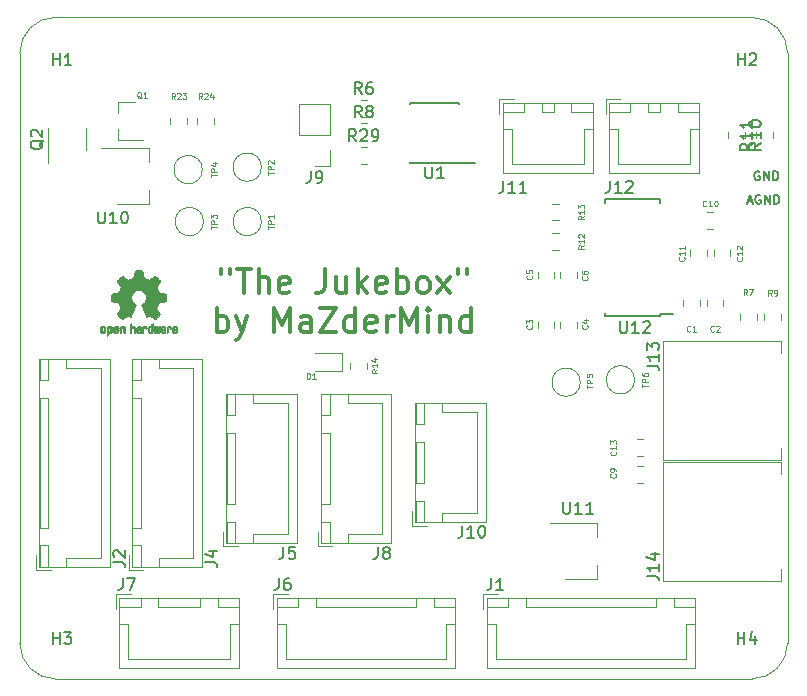
<source format=gbr>
G04 #@! TF.GenerationSoftware,KiCad,Pcbnew,5.1.5-52549c5~84~ubuntu19.10.1*
G04 #@! TF.CreationDate,2019-12-17T22:32:53+01:00*
G04 #@! TF.ProjectId,pi-hat,70692d68-6174-42e6-9b69-6361645f7063,rev?*
G04 #@! TF.SameCoordinates,Original*
G04 #@! TF.FileFunction,Legend,Top*
G04 #@! TF.FilePolarity,Positive*
%FSLAX46Y46*%
G04 Gerber Fmt 4.6, Leading zero omitted, Abs format (unit mm)*
G04 Created by KiCad (PCBNEW 5.1.5-52549c5~84~ubuntu19.10.1) date 2019-12-17 22:32:53*
%MOMM*%
%LPD*%
G04 APERTURE LIST*
%ADD10C,0.300000*%
%ADD11C,0.127000*%
%ADD12C,0.100000*%
%ADD13C,0.120000*%
%ADD14C,0.010000*%
%ADD15C,0.150000*%
%ADD16C,0.125000*%
G04 APERTURE END LIST*
D10*
X95619047Y-82154761D02*
X95619047Y-82535714D01*
X96380952Y-82154761D02*
X96380952Y-82535714D01*
X96952380Y-82154761D02*
X98095238Y-82154761D01*
X97523809Y-84154761D02*
X97523809Y-82154761D01*
X98761904Y-84154761D02*
X98761904Y-82154761D01*
X99619047Y-84154761D02*
X99619047Y-83107142D01*
X99523809Y-82916666D01*
X99333333Y-82821428D01*
X99047619Y-82821428D01*
X98857142Y-82916666D01*
X98761904Y-83011904D01*
X101333333Y-84059523D02*
X101142857Y-84154761D01*
X100761904Y-84154761D01*
X100571428Y-84059523D01*
X100476190Y-83869047D01*
X100476190Y-83107142D01*
X100571428Y-82916666D01*
X100761904Y-82821428D01*
X101142857Y-82821428D01*
X101333333Y-82916666D01*
X101428571Y-83107142D01*
X101428571Y-83297619D01*
X100476190Y-83488095D01*
X104380952Y-82154761D02*
X104380952Y-83583333D01*
X104285714Y-83869047D01*
X104095238Y-84059523D01*
X103809523Y-84154761D01*
X103619047Y-84154761D01*
X106190476Y-82821428D02*
X106190476Y-84154761D01*
X105333333Y-82821428D02*
X105333333Y-83869047D01*
X105428571Y-84059523D01*
X105619047Y-84154761D01*
X105904761Y-84154761D01*
X106095238Y-84059523D01*
X106190476Y-83964285D01*
X107142857Y-84154761D02*
X107142857Y-82154761D01*
X107333333Y-83392857D02*
X107904761Y-84154761D01*
X107904761Y-82821428D02*
X107142857Y-83583333D01*
X109523809Y-84059523D02*
X109333333Y-84154761D01*
X108952380Y-84154761D01*
X108761904Y-84059523D01*
X108666666Y-83869047D01*
X108666666Y-83107142D01*
X108761904Y-82916666D01*
X108952380Y-82821428D01*
X109333333Y-82821428D01*
X109523809Y-82916666D01*
X109619047Y-83107142D01*
X109619047Y-83297619D01*
X108666666Y-83488095D01*
X110476190Y-84154761D02*
X110476190Y-82154761D01*
X110476190Y-82916666D02*
X110666666Y-82821428D01*
X111047619Y-82821428D01*
X111238095Y-82916666D01*
X111333333Y-83011904D01*
X111428571Y-83202380D01*
X111428571Y-83773809D01*
X111333333Y-83964285D01*
X111238095Y-84059523D01*
X111047619Y-84154761D01*
X110666666Y-84154761D01*
X110476190Y-84059523D01*
X112571428Y-84154761D02*
X112380952Y-84059523D01*
X112285714Y-83964285D01*
X112190476Y-83773809D01*
X112190476Y-83202380D01*
X112285714Y-83011904D01*
X112380952Y-82916666D01*
X112571428Y-82821428D01*
X112857142Y-82821428D01*
X113047619Y-82916666D01*
X113142857Y-83011904D01*
X113238095Y-83202380D01*
X113238095Y-83773809D01*
X113142857Y-83964285D01*
X113047619Y-84059523D01*
X112857142Y-84154761D01*
X112571428Y-84154761D01*
X113904761Y-84154761D02*
X114952380Y-82821428D01*
X113904761Y-82821428D02*
X114952380Y-84154761D01*
X115619047Y-82154761D02*
X115619047Y-82535714D01*
X116380952Y-82154761D02*
X116380952Y-82535714D01*
X95238095Y-87454761D02*
X95238095Y-85454761D01*
X95238095Y-86216666D02*
X95428571Y-86121428D01*
X95809523Y-86121428D01*
X96000000Y-86216666D01*
X96095238Y-86311904D01*
X96190476Y-86502380D01*
X96190476Y-87073809D01*
X96095238Y-87264285D01*
X96000000Y-87359523D01*
X95809523Y-87454761D01*
X95428571Y-87454761D01*
X95238095Y-87359523D01*
X96857142Y-86121428D02*
X97333333Y-87454761D01*
X97809523Y-86121428D02*
X97333333Y-87454761D01*
X97142857Y-87930952D01*
X97047619Y-88026190D01*
X96857142Y-88121428D01*
X100095238Y-87454761D02*
X100095238Y-85454761D01*
X100761904Y-86883333D01*
X101428571Y-85454761D01*
X101428571Y-87454761D01*
X103238095Y-87454761D02*
X103238095Y-86407142D01*
X103142857Y-86216666D01*
X102952380Y-86121428D01*
X102571428Y-86121428D01*
X102380952Y-86216666D01*
X103238095Y-87359523D02*
X103047619Y-87454761D01*
X102571428Y-87454761D01*
X102380952Y-87359523D01*
X102285714Y-87169047D01*
X102285714Y-86978571D01*
X102380952Y-86788095D01*
X102571428Y-86692857D01*
X103047619Y-86692857D01*
X103238095Y-86597619D01*
X104000000Y-85454761D02*
X105333333Y-85454761D01*
X104000000Y-87454761D01*
X105333333Y-87454761D01*
X106952380Y-87454761D02*
X106952380Y-85454761D01*
X106952380Y-87359523D02*
X106761904Y-87454761D01*
X106380952Y-87454761D01*
X106190476Y-87359523D01*
X106095238Y-87264285D01*
X106000000Y-87073809D01*
X106000000Y-86502380D01*
X106095238Y-86311904D01*
X106190476Y-86216666D01*
X106380952Y-86121428D01*
X106761904Y-86121428D01*
X106952380Y-86216666D01*
X108666666Y-87359523D02*
X108476190Y-87454761D01*
X108095238Y-87454761D01*
X107904761Y-87359523D01*
X107809523Y-87169047D01*
X107809523Y-86407142D01*
X107904761Y-86216666D01*
X108095238Y-86121428D01*
X108476190Y-86121428D01*
X108666666Y-86216666D01*
X108761904Y-86407142D01*
X108761904Y-86597619D01*
X107809523Y-86788095D01*
X109619047Y-87454761D02*
X109619047Y-86121428D01*
X109619047Y-86502380D02*
X109714285Y-86311904D01*
X109809523Y-86216666D01*
X110000000Y-86121428D01*
X110190476Y-86121428D01*
X110857142Y-87454761D02*
X110857142Y-85454761D01*
X111523809Y-86883333D01*
X112190476Y-85454761D01*
X112190476Y-87454761D01*
X113142857Y-87454761D02*
X113142857Y-86121428D01*
X113142857Y-85454761D02*
X113047619Y-85550000D01*
X113142857Y-85645238D01*
X113238095Y-85550000D01*
X113142857Y-85454761D01*
X113142857Y-85645238D01*
X114095238Y-86121428D02*
X114095238Y-87454761D01*
X114095238Y-86311904D02*
X114190476Y-86216666D01*
X114380952Y-86121428D01*
X114666666Y-86121428D01*
X114857142Y-86216666D01*
X114952380Y-86407142D01*
X114952380Y-87454761D01*
X116761904Y-87454761D02*
X116761904Y-85454761D01*
X116761904Y-87359523D02*
X116571428Y-87454761D01*
X116190476Y-87454761D01*
X116000000Y-87359523D01*
X115904761Y-87264285D01*
X115809523Y-87073809D01*
X115809523Y-86502380D01*
X115904761Y-86311904D01*
X116000000Y-86216666D01*
X116190476Y-86121428D01*
X116571428Y-86121428D01*
X116761904Y-86216666D01*
D11*
X141169428Y-73869000D02*
X141096857Y-73832714D01*
X140988000Y-73832714D01*
X140879142Y-73869000D01*
X140806571Y-73941571D01*
X140770285Y-74014142D01*
X140734000Y-74159285D01*
X140734000Y-74268142D01*
X140770285Y-74413285D01*
X140806571Y-74485857D01*
X140879142Y-74558428D01*
X140988000Y-74594714D01*
X141060571Y-74594714D01*
X141169428Y-74558428D01*
X141205714Y-74522142D01*
X141205714Y-74268142D01*
X141060571Y-74268142D01*
X141532285Y-74594714D02*
X141532285Y-73832714D01*
X141967714Y-74594714D01*
X141967714Y-73832714D01*
X142330571Y-74594714D02*
X142330571Y-73832714D01*
X142512000Y-73832714D01*
X142620857Y-73869000D01*
X142693428Y-73941571D01*
X142729714Y-74014142D01*
X142766000Y-74159285D01*
X142766000Y-74268142D01*
X142729714Y-74413285D01*
X142693428Y-74485857D01*
X142620857Y-74558428D01*
X142512000Y-74594714D01*
X142330571Y-74594714D01*
X140157428Y-76377000D02*
X140520285Y-76377000D01*
X140084857Y-76594714D02*
X140338857Y-75832714D01*
X140592857Y-76594714D01*
X141246000Y-75869000D02*
X141173428Y-75832714D01*
X141064571Y-75832714D01*
X140955714Y-75869000D01*
X140883142Y-75941571D01*
X140846857Y-76014142D01*
X140810571Y-76159285D01*
X140810571Y-76268142D01*
X140846857Y-76413285D01*
X140883142Y-76485857D01*
X140955714Y-76558428D01*
X141064571Y-76594714D01*
X141137142Y-76594714D01*
X141246000Y-76558428D01*
X141282285Y-76522142D01*
X141282285Y-76268142D01*
X141137142Y-76268142D01*
X141608857Y-76594714D02*
X141608857Y-75832714D01*
X142044285Y-76594714D01*
X142044285Y-75832714D01*
X142407142Y-76594714D02*
X142407142Y-75832714D01*
X142588571Y-75832714D01*
X142697428Y-75869000D01*
X142770000Y-75941571D01*
X142806285Y-76014142D01*
X142842571Y-76159285D01*
X142842571Y-76268142D01*
X142806285Y-76413285D01*
X142770000Y-76485857D01*
X142697428Y-76558428D01*
X142588571Y-76594714D01*
X142407142Y-76594714D01*
D12*
X78546356Y-63817611D02*
G75*
G02X81546356Y-60817611I3000000J0D01*
G01*
X78546356Y-63817611D02*
X78546356Y-113817611D01*
X140546356Y-60817611D02*
X81546356Y-60817611D01*
X140546356Y-60817611D02*
G75*
G02X143546356Y-63817611I0J-3000000D01*
G01*
X143546356Y-113817611D02*
X143546356Y-63817611D01*
X81546356Y-116817611D02*
G75*
G02X78546356Y-113817611I0J3000000D01*
G01*
X81546356Y-116817611D02*
X140546356Y-116817611D01*
X143546356Y-113817611D02*
G75*
G02X140546356Y-116817611I-3000000J0D01*
G01*
D13*
X94000000Y-73700000D02*
G75*
G03X94000000Y-73700000I-1200000J0D01*
G01*
X107910000Y-90596078D02*
X107910000Y-90078922D01*
X106490000Y-90596078D02*
X106490000Y-90078922D01*
X105785000Y-89265000D02*
X103500000Y-89265000D01*
X105785000Y-90735000D02*
X105785000Y-89265000D01*
X103500000Y-90735000D02*
X105785000Y-90735000D01*
D14*
G36*
X88703910Y-82242348D02*
G01*
X88782454Y-82242778D01*
X88839298Y-82243942D01*
X88878105Y-82246207D01*
X88902538Y-82249940D01*
X88916262Y-82255506D01*
X88922940Y-82263273D01*
X88926236Y-82273605D01*
X88926556Y-82274943D01*
X88931562Y-82299079D01*
X88940829Y-82346701D01*
X88953392Y-82412741D01*
X88968287Y-82492128D01*
X88984551Y-82579796D01*
X88985119Y-82582875D01*
X89001410Y-82668789D01*
X89016652Y-82744696D01*
X89029861Y-82806045D01*
X89040054Y-82848282D01*
X89046248Y-82866855D01*
X89046543Y-82867184D01*
X89064788Y-82876253D01*
X89102405Y-82891367D01*
X89151271Y-82909262D01*
X89151543Y-82909358D01*
X89213093Y-82932493D01*
X89285657Y-82961965D01*
X89354057Y-82991597D01*
X89357294Y-82993062D01*
X89468702Y-83043626D01*
X89715399Y-82875160D01*
X89791077Y-82823803D01*
X89859631Y-82777889D01*
X89917088Y-82740030D01*
X89959476Y-82712837D01*
X89982825Y-82698921D01*
X89985042Y-82697889D01*
X90002010Y-82702484D01*
X90033701Y-82724655D01*
X90081352Y-82765447D01*
X90146198Y-82825905D01*
X90212397Y-82890227D01*
X90276214Y-82953612D01*
X90333329Y-83011451D01*
X90380305Y-83060175D01*
X90413703Y-83096210D01*
X90430085Y-83115984D01*
X90430694Y-83117002D01*
X90432505Y-83130572D01*
X90425683Y-83152733D01*
X90408540Y-83186478D01*
X90379393Y-83234800D01*
X90336555Y-83300692D01*
X90279448Y-83385517D01*
X90228766Y-83460177D01*
X90183461Y-83527140D01*
X90146150Y-83582516D01*
X90119452Y-83622420D01*
X90105985Y-83642962D01*
X90105137Y-83644356D01*
X90106781Y-83664038D01*
X90119245Y-83702293D01*
X90140048Y-83751889D01*
X90147462Y-83767728D01*
X90179814Y-83838290D01*
X90214328Y-83918353D01*
X90242365Y-83987629D01*
X90262568Y-84039045D01*
X90278615Y-84078119D01*
X90287888Y-84098541D01*
X90289041Y-84100114D01*
X90306096Y-84102721D01*
X90346298Y-84109863D01*
X90404302Y-84120523D01*
X90474763Y-84133685D01*
X90552335Y-84148333D01*
X90631672Y-84163449D01*
X90707431Y-84178018D01*
X90774264Y-84191022D01*
X90826828Y-84201445D01*
X90859776Y-84208270D01*
X90867857Y-84210199D01*
X90876205Y-84214962D01*
X90882506Y-84225718D01*
X90887045Y-84246098D01*
X90890104Y-84279734D01*
X90891967Y-84330255D01*
X90892918Y-84401292D01*
X90893240Y-84496476D01*
X90893257Y-84535492D01*
X90893257Y-84852799D01*
X90817057Y-84867839D01*
X90774663Y-84875995D01*
X90711400Y-84887899D01*
X90634962Y-84902116D01*
X90553043Y-84917210D01*
X90530400Y-84921355D01*
X90454806Y-84936053D01*
X90388953Y-84950505D01*
X90338366Y-84963375D01*
X90308574Y-84973322D01*
X90303612Y-84976287D01*
X90291426Y-84997283D01*
X90273953Y-85037967D01*
X90254577Y-85090322D01*
X90250734Y-85101600D01*
X90225339Y-85171523D01*
X90193817Y-85250418D01*
X90162969Y-85321266D01*
X90162817Y-85321595D01*
X90111447Y-85432733D01*
X90280399Y-85681253D01*
X90449352Y-85929772D01*
X90232429Y-86147058D01*
X90166819Y-86211726D01*
X90106979Y-86268733D01*
X90056267Y-86315033D01*
X90018046Y-86347584D01*
X89995675Y-86363343D01*
X89992466Y-86364343D01*
X89973626Y-86356469D01*
X89935180Y-86334578D01*
X89881330Y-86301267D01*
X89816276Y-86259131D01*
X89745940Y-86211943D01*
X89674555Y-86163810D01*
X89610908Y-86121928D01*
X89559041Y-86088871D01*
X89522995Y-86067218D01*
X89506867Y-86059543D01*
X89487189Y-86066037D01*
X89449875Y-86083150D01*
X89402621Y-86107326D01*
X89397612Y-86110013D01*
X89333977Y-86141927D01*
X89290341Y-86157579D01*
X89263202Y-86157745D01*
X89249057Y-86143204D01*
X89248975Y-86143000D01*
X89241905Y-86125779D01*
X89225042Y-86084899D01*
X89199695Y-86023525D01*
X89167171Y-85944819D01*
X89128778Y-85851947D01*
X89085822Y-85748072D01*
X89044222Y-85647502D01*
X88998504Y-85536516D01*
X88956526Y-85433703D01*
X88919548Y-85342215D01*
X88888827Y-85265201D01*
X88865622Y-85205815D01*
X88851190Y-85167209D01*
X88846743Y-85152800D01*
X88857896Y-85136272D01*
X88887069Y-85109930D01*
X88925971Y-85080887D01*
X89036757Y-84989039D01*
X89123351Y-84883759D01*
X89184716Y-84767266D01*
X89219815Y-84641776D01*
X89227608Y-84509507D01*
X89221943Y-84448457D01*
X89191078Y-84321795D01*
X89137920Y-84209941D01*
X89065767Y-84114001D01*
X88977917Y-84035076D01*
X88877665Y-83974270D01*
X88768310Y-83932687D01*
X88653147Y-83911428D01*
X88535475Y-83911599D01*
X88418590Y-83934301D01*
X88305789Y-83980638D01*
X88200369Y-84051713D01*
X88156368Y-84091911D01*
X88071979Y-84195129D01*
X88013222Y-84307925D01*
X87979704Y-84427010D01*
X87971035Y-84549095D01*
X87986823Y-84670893D01*
X88026678Y-84789116D01*
X88090207Y-84900475D01*
X88177021Y-85001684D01*
X88274029Y-85080887D01*
X88314437Y-85111162D01*
X88342982Y-85137219D01*
X88353257Y-85152825D01*
X88347877Y-85169843D01*
X88332575Y-85210500D01*
X88308612Y-85271642D01*
X88277244Y-85350119D01*
X88239732Y-85442780D01*
X88197333Y-85546472D01*
X88155663Y-85647526D01*
X88109690Y-85758607D01*
X88067107Y-85861541D01*
X88029221Y-85953165D01*
X87997340Y-86030316D01*
X87972771Y-86089831D01*
X87956820Y-86128544D01*
X87950910Y-86143000D01*
X87936948Y-86157685D01*
X87909940Y-86157642D01*
X87866413Y-86142099D01*
X87802890Y-86110284D01*
X87802388Y-86110013D01*
X87754560Y-86085323D01*
X87715897Y-86067338D01*
X87694095Y-86059614D01*
X87693133Y-86059543D01*
X87676721Y-86067378D01*
X87640487Y-86089165D01*
X87588474Y-86122328D01*
X87524725Y-86164291D01*
X87454060Y-86211943D01*
X87382116Y-86260191D01*
X87317274Y-86302151D01*
X87263735Y-86335227D01*
X87225697Y-86356821D01*
X87207533Y-86364343D01*
X87190808Y-86354457D01*
X87157180Y-86326826D01*
X87110010Y-86284495D01*
X87052658Y-86230505D01*
X86988484Y-86167899D01*
X86967497Y-86146983D01*
X86750499Y-85929623D01*
X86915668Y-85687220D01*
X86965864Y-85612781D01*
X87009919Y-85545972D01*
X87045362Y-85490665D01*
X87069719Y-85450729D01*
X87080522Y-85430036D01*
X87080838Y-85428563D01*
X87075143Y-85409058D01*
X87059826Y-85369822D01*
X87037537Y-85317430D01*
X87021893Y-85282355D01*
X86992641Y-85215201D01*
X86965094Y-85147358D01*
X86943737Y-85090034D01*
X86937935Y-85072572D01*
X86921452Y-85025938D01*
X86905340Y-84989905D01*
X86896490Y-84976287D01*
X86876960Y-84967952D01*
X86834334Y-84956137D01*
X86774145Y-84942181D01*
X86701922Y-84927422D01*
X86669600Y-84921355D01*
X86587522Y-84906273D01*
X86508795Y-84891669D01*
X86441109Y-84878980D01*
X86392160Y-84869642D01*
X86382943Y-84867839D01*
X86306743Y-84852799D01*
X86306743Y-84535492D01*
X86306914Y-84431154D01*
X86307616Y-84352213D01*
X86309134Y-84295038D01*
X86311749Y-84255999D01*
X86315746Y-84231465D01*
X86321409Y-84217805D01*
X86329020Y-84211389D01*
X86332143Y-84210199D01*
X86350978Y-84205980D01*
X86392588Y-84197562D01*
X86451630Y-84185961D01*
X86522757Y-84172195D01*
X86600625Y-84157280D01*
X86679887Y-84142232D01*
X86755198Y-84128069D01*
X86821213Y-84115806D01*
X86872587Y-84106461D01*
X86903975Y-84101050D01*
X86910959Y-84100114D01*
X86917285Y-84087596D01*
X86931290Y-84054246D01*
X86950355Y-84006377D01*
X86957634Y-83987629D01*
X86986996Y-83915195D01*
X87021571Y-83835170D01*
X87052537Y-83767728D01*
X87075323Y-83716159D01*
X87090482Y-83673785D01*
X87095542Y-83647834D01*
X87094736Y-83644356D01*
X87084041Y-83627936D01*
X87059620Y-83591417D01*
X87024095Y-83538687D01*
X86980087Y-83473635D01*
X86930217Y-83400151D01*
X86920356Y-83385645D01*
X86862492Y-83299704D01*
X86819956Y-83234261D01*
X86791054Y-83186304D01*
X86774090Y-83152820D01*
X86767367Y-83130795D01*
X86769190Y-83117217D01*
X86769236Y-83117131D01*
X86783586Y-83099297D01*
X86815323Y-83064817D01*
X86861010Y-83017268D01*
X86917204Y-82960222D01*
X86980468Y-82897255D01*
X86987602Y-82890227D01*
X87067330Y-82813020D01*
X87128857Y-82756330D01*
X87173421Y-82719110D01*
X87202257Y-82700315D01*
X87214958Y-82697889D01*
X87233494Y-82708471D01*
X87271961Y-82732916D01*
X87326386Y-82768612D01*
X87392798Y-82812947D01*
X87467225Y-82863311D01*
X87484601Y-82875160D01*
X87731297Y-83043626D01*
X87842706Y-82993062D01*
X87910457Y-82963595D01*
X87983183Y-82933959D01*
X88045703Y-82910330D01*
X88048457Y-82909358D01*
X88097360Y-82891457D01*
X88135057Y-82876320D01*
X88153425Y-82867210D01*
X88153456Y-82867184D01*
X88159285Y-82850717D01*
X88169192Y-82810219D01*
X88182195Y-82750242D01*
X88197309Y-82675340D01*
X88213552Y-82590064D01*
X88214881Y-82582875D01*
X88231175Y-82495014D01*
X88246133Y-82415260D01*
X88258791Y-82348681D01*
X88268186Y-82300347D01*
X88273354Y-82275325D01*
X88273444Y-82274943D01*
X88276589Y-82264299D01*
X88282704Y-82256262D01*
X88295453Y-82250467D01*
X88318500Y-82246547D01*
X88355509Y-82244135D01*
X88410144Y-82242865D01*
X88486067Y-82242371D01*
X88586944Y-82242286D01*
X88600000Y-82242286D01*
X88703910Y-82242348D01*
G37*
X88703910Y-82242348D02*
X88782454Y-82242778D01*
X88839298Y-82243942D01*
X88878105Y-82246207D01*
X88902538Y-82249940D01*
X88916262Y-82255506D01*
X88922940Y-82263273D01*
X88926236Y-82273605D01*
X88926556Y-82274943D01*
X88931562Y-82299079D01*
X88940829Y-82346701D01*
X88953392Y-82412741D01*
X88968287Y-82492128D01*
X88984551Y-82579796D01*
X88985119Y-82582875D01*
X89001410Y-82668789D01*
X89016652Y-82744696D01*
X89029861Y-82806045D01*
X89040054Y-82848282D01*
X89046248Y-82866855D01*
X89046543Y-82867184D01*
X89064788Y-82876253D01*
X89102405Y-82891367D01*
X89151271Y-82909262D01*
X89151543Y-82909358D01*
X89213093Y-82932493D01*
X89285657Y-82961965D01*
X89354057Y-82991597D01*
X89357294Y-82993062D01*
X89468702Y-83043626D01*
X89715399Y-82875160D01*
X89791077Y-82823803D01*
X89859631Y-82777889D01*
X89917088Y-82740030D01*
X89959476Y-82712837D01*
X89982825Y-82698921D01*
X89985042Y-82697889D01*
X90002010Y-82702484D01*
X90033701Y-82724655D01*
X90081352Y-82765447D01*
X90146198Y-82825905D01*
X90212397Y-82890227D01*
X90276214Y-82953612D01*
X90333329Y-83011451D01*
X90380305Y-83060175D01*
X90413703Y-83096210D01*
X90430085Y-83115984D01*
X90430694Y-83117002D01*
X90432505Y-83130572D01*
X90425683Y-83152733D01*
X90408540Y-83186478D01*
X90379393Y-83234800D01*
X90336555Y-83300692D01*
X90279448Y-83385517D01*
X90228766Y-83460177D01*
X90183461Y-83527140D01*
X90146150Y-83582516D01*
X90119452Y-83622420D01*
X90105985Y-83642962D01*
X90105137Y-83644356D01*
X90106781Y-83664038D01*
X90119245Y-83702293D01*
X90140048Y-83751889D01*
X90147462Y-83767728D01*
X90179814Y-83838290D01*
X90214328Y-83918353D01*
X90242365Y-83987629D01*
X90262568Y-84039045D01*
X90278615Y-84078119D01*
X90287888Y-84098541D01*
X90289041Y-84100114D01*
X90306096Y-84102721D01*
X90346298Y-84109863D01*
X90404302Y-84120523D01*
X90474763Y-84133685D01*
X90552335Y-84148333D01*
X90631672Y-84163449D01*
X90707431Y-84178018D01*
X90774264Y-84191022D01*
X90826828Y-84201445D01*
X90859776Y-84208270D01*
X90867857Y-84210199D01*
X90876205Y-84214962D01*
X90882506Y-84225718D01*
X90887045Y-84246098D01*
X90890104Y-84279734D01*
X90891967Y-84330255D01*
X90892918Y-84401292D01*
X90893240Y-84496476D01*
X90893257Y-84535492D01*
X90893257Y-84852799D01*
X90817057Y-84867839D01*
X90774663Y-84875995D01*
X90711400Y-84887899D01*
X90634962Y-84902116D01*
X90553043Y-84917210D01*
X90530400Y-84921355D01*
X90454806Y-84936053D01*
X90388953Y-84950505D01*
X90338366Y-84963375D01*
X90308574Y-84973322D01*
X90303612Y-84976287D01*
X90291426Y-84997283D01*
X90273953Y-85037967D01*
X90254577Y-85090322D01*
X90250734Y-85101600D01*
X90225339Y-85171523D01*
X90193817Y-85250418D01*
X90162969Y-85321266D01*
X90162817Y-85321595D01*
X90111447Y-85432733D01*
X90280399Y-85681253D01*
X90449352Y-85929772D01*
X90232429Y-86147058D01*
X90166819Y-86211726D01*
X90106979Y-86268733D01*
X90056267Y-86315033D01*
X90018046Y-86347584D01*
X89995675Y-86363343D01*
X89992466Y-86364343D01*
X89973626Y-86356469D01*
X89935180Y-86334578D01*
X89881330Y-86301267D01*
X89816276Y-86259131D01*
X89745940Y-86211943D01*
X89674555Y-86163810D01*
X89610908Y-86121928D01*
X89559041Y-86088871D01*
X89522995Y-86067218D01*
X89506867Y-86059543D01*
X89487189Y-86066037D01*
X89449875Y-86083150D01*
X89402621Y-86107326D01*
X89397612Y-86110013D01*
X89333977Y-86141927D01*
X89290341Y-86157579D01*
X89263202Y-86157745D01*
X89249057Y-86143204D01*
X89248975Y-86143000D01*
X89241905Y-86125779D01*
X89225042Y-86084899D01*
X89199695Y-86023525D01*
X89167171Y-85944819D01*
X89128778Y-85851947D01*
X89085822Y-85748072D01*
X89044222Y-85647502D01*
X88998504Y-85536516D01*
X88956526Y-85433703D01*
X88919548Y-85342215D01*
X88888827Y-85265201D01*
X88865622Y-85205815D01*
X88851190Y-85167209D01*
X88846743Y-85152800D01*
X88857896Y-85136272D01*
X88887069Y-85109930D01*
X88925971Y-85080887D01*
X89036757Y-84989039D01*
X89123351Y-84883759D01*
X89184716Y-84767266D01*
X89219815Y-84641776D01*
X89227608Y-84509507D01*
X89221943Y-84448457D01*
X89191078Y-84321795D01*
X89137920Y-84209941D01*
X89065767Y-84114001D01*
X88977917Y-84035076D01*
X88877665Y-83974270D01*
X88768310Y-83932687D01*
X88653147Y-83911428D01*
X88535475Y-83911599D01*
X88418590Y-83934301D01*
X88305789Y-83980638D01*
X88200369Y-84051713D01*
X88156368Y-84091911D01*
X88071979Y-84195129D01*
X88013222Y-84307925D01*
X87979704Y-84427010D01*
X87971035Y-84549095D01*
X87986823Y-84670893D01*
X88026678Y-84789116D01*
X88090207Y-84900475D01*
X88177021Y-85001684D01*
X88274029Y-85080887D01*
X88314437Y-85111162D01*
X88342982Y-85137219D01*
X88353257Y-85152825D01*
X88347877Y-85169843D01*
X88332575Y-85210500D01*
X88308612Y-85271642D01*
X88277244Y-85350119D01*
X88239732Y-85442780D01*
X88197333Y-85546472D01*
X88155663Y-85647526D01*
X88109690Y-85758607D01*
X88067107Y-85861541D01*
X88029221Y-85953165D01*
X87997340Y-86030316D01*
X87972771Y-86089831D01*
X87956820Y-86128544D01*
X87950910Y-86143000D01*
X87936948Y-86157685D01*
X87909940Y-86157642D01*
X87866413Y-86142099D01*
X87802890Y-86110284D01*
X87802388Y-86110013D01*
X87754560Y-86085323D01*
X87715897Y-86067338D01*
X87694095Y-86059614D01*
X87693133Y-86059543D01*
X87676721Y-86067378D01*
X87640487Y-86089165D01*
X87588474Y-86122328D01*
X87524725Y-86164291D01*
X87454060Y-86211943D01*
X87382116Y-86260191D01*
X87317274Y-86302151D01*
X87263735Y-86335227D01*
X87225697Y-86356821D01*
X87207533Y-86364343D01*
X87190808Y-86354457D01*
X87157180Y-86326826D01*
X87110010Y-86284495D01*
X87052658Y-86230505D01*
X86988484Y-86167899D01*
X86967497Y-86146983D01*
X86750499Y-85929623D01*
X86915668Y-85687220D01*
X86965864Y-85612781D01*
X87009919Y-85545972D01*
X87045362Y-85490665D01*
X87069719Y-85450729D01*
X87080522Y-85430036D01*
X87080838Y-85428563D01*
X87075143Y-85409058D01*
X87059826Y-85369822D01*
X87037537Y-85317430D01*
X87021893Y-85282355D01*
X86992641Y-85215201D01*
X86965094Y-85147358D01*
X86943737Y-85090034D01*
X86937935Y-85072572D01*
X86921452Y-85025938D01*
X86905340Y-84989905D01*
X86896490Y-84976287D01*
X86876960Y-84967952D01*
X86834334Y-84956137D01*
X86774145Y-84942181D01*
X86701922Y-84927422D01*
X86669600Y-84921355D01*
X86587522Y-84906273D01*
X86508795Y-84891669D01*
X86441109Y-84878980D01*
X86392160Y-84869642D01*
X86382943Y-84867839D01*
X86306743Y-84852799D01*
X86306743Y-84535492D01*
X86306914Y-84431154D01*
X86307616Y-84352213D01*
X86309134Y-84295038D01*
X86311749Y-84255999D01*
X86315746Y-84231465D01*
X86321409Y-84217805D01*
X86329020Y-84211389D01*
X86332143Y-84210199D01*
X86350978Y-84205980D01*
X86392588Y-84197562D01*
X86451630Y-84185961D01*
X86522757Y-84172195D01*
X86600625Y-84157280D01*
X86679887Y-84142232D01*
X86755198Y-84128069D01*
X86821213Y-84115806D01*
X86872587Y-84106461D01*
X86903975Y-84101050D01*
X86910959Y-84100114D01*
X86917285Y-84087596D01*
X86931290Y-84054246D01*
X86950355Y-84006377D01*
X86957634Y-83987629D01*
X86986996Y-83915195D01*
X87021571Y-83835170D01*
X87052537Y-83767728D01*
X87075323Y-83716159D01*
X87090482Y-83673785D01*
X87095542Y-83647834D01*
X87094736Y-83644356D01*
X87084041Y-83627936D01*
X87059620Y-83591417D01*
X87024095Y-83538687D01*
X86980087Y-83473635D01*
X86930217Y-83400151D01*
X86920356Y-83385645D01*
X86862492Y-83299704D01*
X86819956Y-83234261D01*
X86791054Y-83186304D01*
X86774090Y-83152820D01*
X86767367Y-83130795D01*
X86769190Y-83117217D01*
X86769236Y-83117131D01*
X86783586Y-83099297D01*
X86815323Y-83064817D01*
X86861010Y-83017268D01*
X86917204Y-82960222D01*
X86980468Y-82897255D01*
X86987602Y-82890227D01*
X87067330Y-82813020D01*
X87128857Y-82756330D01*
X87173421Y-82719110D01*
X87202257Y-82700315D01*
X87214958Y-82697889D01*
X87233494Y-82708471D01*
X87271961Y-82732916D01*
X87326386Y-82768612D01*
X87392798Y-82812947D01*
X87467225Y-82863311D01*
X87484601Y-82875160D01*
X87731297Y-83043626D01*
X87842706Y-82993062D01*
X87910457Y-82963595D01*
X87983183Y-82933959D01*
X88045703Y-82910330D01*
X88048457Y-82909358D01*
X88097360Y-82891457D01*
X88135057Y-82876320D01*
X88153425Y-82867210D01*
X88153456Y-82867184D01*
X88159285Y-82850717D01*
X88169192Y-82810219D01*
X88182195Y-82750242D01*
X88197309Y-82675340D01*
X88213552Y-82590064D01*
X88214881Y-82582875D01*
X88231175Y-82495014D01*
X88246133Y-82415260D01*
X88258791Y-82348681D01*
X88268186Y-82300347D01*
X88273354Y-82275325D01*
X88273444Y-82274943D01*
X88276589Y-82264299D01*
X88282704Y-82256262D01*
X88295453Y-82250467D01*
X88318500Y-82246547D01*
X88355509Y-82244135D01*
X88410144Y-82242865D01*
X88486067Y-82242371D01*
X88586944Y-82242286D01*
X88600000Y-82242286D01*
X88703910Y-82242348D01*
G36*
X91753595Y-86966966D02*
G01*
X91811021Y-87004497D01*
X91838719Y-87038096D01*
X91860662Y-87099064D01*
X91862405Y-87147308D01*
X91858457Y-87211816D01*
X91709686Y-87276934D01*
X91637349Y-87310202D01*
X91590084Y-87336964D01*
X91565507Y-87360144D01*
X91561237Y-87382667D01*
X91574889Y-87407455D01*
X91589943Y-87423886D01*
X91633746Y-87450235D01*
X91681389Y-87452081D01*
X91725145Y-87431546D01*
X91757289Y-87390752D01*
X91763038Y-87376347D01*
X91790576Y-87331356D01*
X91822258Y-87312182D01*
X91865714Y-87295779D01*
X91865714Y-87357966D01*
X91861872Y-87400283D01*
X91846823Y-87435969D01*
X91815280Y-87476943D01*
X91810592Y-87482267D01*
X91775506Y-87518720D01*
X91745347Y-87538283D01*
X91707615Y-87547283D01*
X91676335Y-87550230D01*
X91620385Y-87550965D01*
X91580555Y-87541660D01*
X91555708Y-87527846D01*
X91516656Y-87497467D01*
X91489625Y-87464613D01*
X91472517Y-87423294D01*
X91463238Y-87367521D01*
X91459693Y-87291305D01*
X91459410Y-87252622D01*
X91460372Y-87206247D01*
X91548007Y-87206247D01*
X91549023Y-87231126D01*
X91551556Y-87235200D01*
X91568274Y-87229665D01*
X91604249Y-87215017D01*
X91652331Y-87194190D01*
X91662386Y-87189714D01*
X91723152Y-87158814D01*
X91756632Y-87131657D01*
X91763990Y-87106220D01*
X91746391Y-87080481D01*
X91731856Y-87069109D01*
X91679410Y-87046364D01*
X91630322Y-87050122D01*
X91589227Y-87077884D01*
X91560758Y-87127152D01*
X91551631Y-87166257D01*
X91548007Y-87206247D01*
X91460372Y-87206247D01*
X91461285Y-87162249D01*
X91468196Y-87095384D01*
X91481884Y-87046695D01*
X91504096Y-87010849D01*
X91536574Y-86982513D01*
X91550733Y-86973355D01*
X91615053Y-86949507D01*
X91685473Y-86948006D01*
X91753595Y-86966966D01*
G37*
X91753595Y-86966966D02*
X91811021Y-87004497D01*
X91838719Y-87038096D01*
X91860662Y-87099064D01*
X91862405Y-87147308D01*
X91858457Y-87211816D01*
X91709686Y-87276934D01*
X91637349Y-87310202D01*
X91590084Y-87336964D01*
X91565507Y-87360144D01*
X91561237Y-87382667D01*
X91574889Y-87407455D01*
X91589943Y-87423886D01*
X91633746Y-87450235D01*
X91681389Y-87452081D01*
X91725145Y-87431546D01*
X91757289Y-87390752D01*
X91763038Y-87376347D01*
X91790576Y-87331356D01*
X91822258Y-87312182D01*
X91865714Y-87295779D01*
X91865714Y-87357966D01*
X91861872Y-87400283D01*
X91846823Y-87435969D01*
X91815280Y-87476943D01*
X91810592Y-87482267D01*
X91775506Y-87518720D01*
X91745347Y-87538283D01*
X91707615Y-87547283D01*
X91676335Y-87550230D01*
X91620385Y-87550965D01*
X91580555Y-87541660D01*
X91555708Y-87527846D01*
X91516656Y-87497467D01*
X91489625Y-87464613D01*
X91472517Y-87423294D01*
X91463238Y-87367521D01*
X91459693Y-87291305D01*
X91459410Y-87252622D01*
X91460372Y-87206247D01*
X91548007Y-87206247D01*
X91549023Y-87231126D01*
X91551556Y-87235200D01*
X91568274Y-87229665D01*
X91604249Y-87215017D01*
X91652331Y-87194190D01*
X91662386Y-87189714D01*
X91723152Y-87158814D01*
X91756632Y-87131657D01*
X91763990Y-87106220D01*
X91746391Y-87080481D01*
X91731856Y-87069109D01*
X91679410Y-87046364D01*
X91630322Y-87050122D01*
X91589227Y-87077884D01*
X91560758Y-87127152D01*
X91551631Y-87166257D01*
X91548007Y-87206247D01*
X91460372Y-87206247D01*
X91461285Y-87162249D01*
X91468196Y-87095384D01*
X91481884Y-87046695D01*
X91504096Y-87010849D01*
X91536574Y-86982513D01*
X91550733Y-86973355D01*
X91615053Y-86949507D01*
X91685473Y-86948006D01*
X91753595Y-86966966D01*
G36*
X91252600Y-86958752D02*
G01*
X91269948Y-86966334D01*
X91311356Y-86999128D01*
X91346765Y-87046547D01*
X91368664Y-87097151D01*
X91372229Y-87122098D01*
X91360279Y-87156927D01*
X91334067Y-87175357D01*
X91305964Y-87186516D01*
X91293095Y-87188572D01*
X91286829Y-87173649D01*
X91274456Y-87141175D01*
X91269028Y-87126502D01*
X91238590Y-87075744D01*
X91194520Y-87050427D01*
X91138010Y-87051206D01*
X91133825Y-87052203D01*
X91103655Y-87066507D01*
X91081476Y-87094393D01*
X91066327Y-87139287D01*
X91057250Y-87204615D01*
X91053286Y-87293804D01*
X91052914Y-87341261D01*
X91052730Y-87416071D01*
X91051522Y-87467069D01*
X91048309Y-87499471D01*
X91042109Y-87518495D01*
X91031940Y-87529356D01*
X91016819Y-87537272D01*
X91015946Y-87537670D01*
X90986828Y-87549981D01*
X90972403Y-87554514D01*
X90970186Y-87540809D01*
X90968289Y-87502925D01*
X90966847Y-87445715D01*
X90965998Y-87374027D01*
X90965829Y-87321565D01*
X90966692Y-87220047D01*
X90970070Y-87143032D01*
X90977142Y-87086023D01*
X90989088Y-87044526D01*
X91007090Y-87014043D01*
X91032327Y-86990080D01*
X91057247Y-86973355D01*
X91117171Y-86951097D01*
X91186911Y-86946076D01*
X91252600Y-86958752D01*
G37*
X91252600Y-86958752D02*
X91269948Y-86966334D01*
X91311356Y-86999128D01*
X91346765Y-87046547D01*
X91368664Y-87097151D01*
X91372229Y-87122098D01*
X91360279Y-87156927D01*
X91334067Y-87175357D01*
X91305964Y-87186516D01*
X91293095Y-87188572D01*
X91286829Y-87173649D01*
X91274456Y-87141175D01*
X91269028Y-87126502D01*
X91238590Y-87075744D01*
X91194520Y-87050427D01*
X91138010Y-87051206D01*
X91133825Y-87052203D01*
X91103655Y-87066507D01*
X91081476Y-87094393D01*
X91066327Y-87139287D01*
X91057250Y-87204615D01*
X91053286Y-87293804D01*
X91052914Y-87341261D01*
X91052730Y-87416071D01*
X91051522Y-87467069D01*
X91048309Y-87499471D01*
X91042109Y-87518495D01*
X91031940Y-87529356D01*
X91016819Y-87537272D01*
X91015946Y-87537670D01*
X90986828Y-87549981D01*
X90972403Y-87554514D01*
X90970186Y-87540809D01*
X90968289Y-87502925D01*
X90966847Y-87445715D01*
X90965998Y-87374027D01*
X90965829Y-87321565D01*
X90966692Y-87220047D01*
X90970070Y-87143032D01*
X90977142Y-87086023D01*
X90989088Y-87044526D01*
X91007090Y-87014043D01*
X91032327Y-86990080D01*
X91057247Y-86973355D01*
X91117171Y-86951097D01*
X91186911Y-86946076D01*
X91252600Y-86958752D01*
G36*
X90744876Y-86956335D02*
G01*
X90786667Y-86975344D01*
X90819469Y-86998378D01*
X90843503Y-87024133D01*
X90860097Y-87057358D01*
X90870577Y-87102800D01*
X90876271Y-87165207D01*
X90878507Y-87249327D01*
X90878743Y-87304721D01*
X90878743Y-87520826D01*
X90841774Y-87537670D01*
X90812656Y-87549981D01*
X90798231Y-87554514D01*
X90795472Y-87541025D01*
X90793282Y-87504653D01*
X90791942Y-87451542D01*
X90791657Y-87409372D01*
X90790434Y-87348447D01*
X90787136Y-87300115D01*
X90782321Y-87270518D01*
X90778496Y-87264229D01*
X90752783Y-87270652D01*
X90712418Y-87287125D01*
X90665679Y-87309458D01*
X90620845Y-87333457D01*
X90586193Y-87354930D01*
X90570002Y-87369685D01*
X90569938Y-87369845D01*
X90571330Y-87397152D01*
X90583818Y-87423219D01*
X90605743Y-87444392D01*
X90637743Y-87451474D01*
X90665092Y-87450649D01*
X90703826Y-87450042D01*
X90724158Y-87459116D01*
X90736369Y-87483092D01*
X90737909Y-87487613D01*
X90743203Y-87521806D01*
X90729047Y-87542568D01*
X90692148Y-87552462D01*
X90652289Y-87554292D01*
X90580562Y-87540727D01*
X90543432Y-87521355D01*
X90497576Y-87475845D01*
X90473256Y-87419983D01*
X90471073Y-87360957D01*
X90491629Y-87305953D01*
X90522549Y-87271486D01*
X90553420Y-87252189D01*
X90601942Y-87227759D01*
X90658485Y-87202985D01*
X90667910Y-87199199D01*
X90730019Y-87171791D01*
X90765822Y-87147634D01*
X90777337Y-87123619D01*
X90766580Y-87096635D01*
X90748114Y-87075543D01*
X90704469Y-87049572D01*
X90656446Y-87047624D01*
X90612406Y-87067637D01*
X90580709Y-87107551D01*
X90576549Y-87117848D01*
X90552327Y-87155724D01*
X90516965Y-87183842D01*
X90472343Y-87206917D01*
X90472343Y-87141485D01*
X90474969Y-87101506D01*
X90486230Y-87069997D01*
X90511199Y-87036378D01*
X90535169Y-87010484D01*
X90572441Y-86973817D01*
X90601401Y-86954121D01*
X90632505Y-86946220D01*
X90667713Y-86944914D01*
X90744876Y-86956335D01*
G37*
X90744876Y-86956335D02*
X90786667Y-86975344D01*
X90819469Y-86998378D01*
X90843503Y-87024133D01*
X90860097Y-87057358D01*
X90870577Y-87102800D01*
X90876271Y-87165207D01*
X90878507Y-87249327D01*
X90878743Y-87304721D01*
X90878743Y-87520826D01*
X90841774Y-87537670D01*
X90812656Y-87549981D01*
X90798231Y-87554514D01*
X90795472Y-87541025D01*
X90793282Y-87504653D01*
X90791942Y-87451542D01*
X90791657Y-87409372D01*
X90790434Y-87348447D01*
X90787136Y-87300115D01*
X90782321Y-87270518D01*
X90778496Y-87264229D01*
X90752783Y-87270652D01*
X90712418Y-87287125D01*
X90665679Y-87309458D01*
X90620845Y-87333457D01*
X90586193Y-87354930D01*
X90570002Y-87369685D01*
X90569938Y-87369845D01*
X90571330Y-87397152D01*
X90583818Y-87423219D01*
X90605743Y-87444392D01*
X90637743Y-87451474D01*
X90665092Y-87450649D01*
X90703826Y-87450042D01*
X90724158Y-87459116D01*
X90736369Y-87483092D01*
X90737909Y-87487613D01*
X90743203Y-87521806D01*
X90729047Y-87542568D01*
X90692148Y-87552462D01*
X90652289Y-87554292D01*
X90580562Y-87540727D01*
X90543432Y-87521355D01*
X90497576Y-87475845D01*
X90473256Y-87419983D01*
X90471073Y-87360957D01*
X90491629Y-87305953D01*
X90522549Y-87271486D01*
X90553420Y-87252189D01*
X90601942Y-87227759D01*
X90658485Y-87202985D01*
X90667910Y-87199199D01*
X90730019Y-87171791D01*
X90765822Y-87147634D01*
X90777337Y-87123619D01*
X90766580Y-87096635D01*
X90748114Y-87075543D01*
X90704469Y-87049572D01*
X90656446Y-87047624D01*
X90612406Y-87067637D01*
X90580709Y-87107551D01*
X90576549Y-87117848D01*
X90552327Y-87155724D01*
X90516965Y-87183842D01*
X90472343Y-87206917D01*
X90472343Y-87141485D01*
X90474969Y-87101506D01*
X90486230Y-87069997D01*
X90511199Y-87036378D01*
X90535169Y-87010484D01*
X90572441Y-86973817D01*
X90601401Y-86954121D01*
X90632505Y-86946220D01*
X90667713Y-86944914D01*
X90744876Y-86956335D01*
G36*
X90379833Y-86958663D02*
G01*
X90382048Y-86996850D01*
X90383784Y-87054886D01*
X90384899Y-87128180D01*
X90385257Y-87205055D01*
X90385257Y-87465196D01*
X90339326Y-87511127D01*
X90307675Y-87539429D01*
X90279890Y-87550893D01*
X90241915Y-87550168D01*
X90226840Y-87548321D01*
X90179726Y-87542948D01*
X90140756Y-87539869D01*
X90131257Y-87539585D01*
X90099233Y-87541445D01*
X90053432Y-87546114D01*
X90035674Y-87548321D01*
X89992057Y-87551735D01*
X89962745Y-87544320D01*
X89933680Y-87521427D01*
X89923188Y-87511127D01*
X89877257Y-87465196D01*
X89877257Y-86978602D01*
X89914226Y-86961758D01*
X89946059Y-86949282D01*
X89964683Y-86944914D01*
X89969458Y-86958718D01*
X89973921Y-86997286D01*
X89977775Y-87056356D01*
X89980722Y-87131663D01*
X89982143Y-87195286D01*
X89986114Y-87445657D01*
X90020759Y-87450556D01*
X90052268Y-87447131D01*
X90067708Y-87436041D01*
X90072023Y-87415308D01*
X90075708Y-87371145D01*
X90078469Y-87309146D01*
X90080012Y-87234909D01*
X90080235Y-87196706D01*
X90080457Y-86976783D01*
X90126166Y-86960849D01*
X90158518Y-86950015D01*
X90176115Y-86944962D01*
X90176623Y-86944914D01*
X90178388Y-86958648D01*
X90180329Y-86996730D01*
X90182282Y-87054482D01*
X90184084Y-87127227D01*
X90185343Y-87195286D01*
X90189314Y-87445657D01*
X90276400Y-87445657D01*
X90280396Y-87217240D01*
X90284392Y-86988822D01*
X90326847Y-86966868D01*
X90358192Y-86951793D01*
X90376744Y-86944951D01*
X90377279Y-86944914D01*
X90379833Y-86958663D01*
G37*
X90379833Y-86958663D02*
X90382048Y-86996850D01*
X90383784Y-87054886D01*
X90384899Y-87128180D01*
X90385257Y-87205055D01*
X90385257Y-87465196D01*
X90339326Y-87511127D01*
X90307675Y-87539429D01*
X90279890Y-87550893D01*
X90241915Y-87550168D01*
X90226840Y-87548321D01*
X90179726Y-87542948D01*
X90140756Y-87539869D01*
X90131257Y-87539585D01*
X90099233Y-87541445D01*
X90053432Y-87546114D01*
X90035674Y-87548321D01*
X89992057Y-87551735D01*
X89962745Y-87544320D01*
X89933680Y-87521427D01*
X89923188Y-87511127D01*
X89877257Y-87465196D01*
X89877257Y-86978602D01*
X89914226Y-86961758D01*
X89946059Y-86949282D01*
X89964683Y-86944914D01*
X89969458Y-86958718D01*
X89973921Y-86997286D01*
X89977775Y-87056356D01*
X89980722Y-87131663D01*
X89982143Y-87195286D01*
X89986114Y-87445657D01*
X90020759Y-87450556D01*
X90052268Y-87447131D01*
X90067708Y-87436041D01*
X90072023Y-87415308D01*
X90075708Y-87371145D01*
X90078469Y-87309146D01*
X90080012Y-87234909D01*
X90080235Y-87196706D01*
X90080457Y-86976783D01*
X90126166Y-86960849D01*
X90158518Y-86950015D01*
X90176115Y-86944962D01*
X90176623Y-86944914D01*
X90178388Y-86958648D01*
X90180329Y-86996730D01*
X90182282Y-87054482D01*
X90184084Y-87127227D01*
X90185343Y-87195286D01*
X90189314Y-87445657D01*
X90276400Y-87445657D01*
X90280396Y-87217240D01*
X90284392Y-86988822D01*
X90326847Y-86966868D01*
X90358192Y-86951793D01*
X90376744Y-86944951D01*
X90377279Y-86944914D01*
X90379833Y-86958663D01*
G36*
X89790117Y-87065358D02*
G01*
X89789933Y-87173837D01*
X89789219Y-87257287D01*
X89787675Y-87319704D01*
X89785001Y-87365085D01*
X89780894Y-87397429D01*
X89775055Y-87420733D01*
X89767182Y-87438995D01*
X89761221Y-87449418D01*
X89711855Y-87505945D01*
X89649264Y-87541377D01*
X89580013Y-87554090D01*
X89510668Y-87542463D01*
X89469375Y-87521568D01*
X89426025Y-87485422D01*
X89396481Y-87441276D01*
X89378655Y-87383462D01*
X89370463Y-87306313D01*
X89369302Y-87249714D01*
X89369458Y-87245647D01*
X89470857Y-87245647D01*
X89471476Y-87310550D01*
X89474314Y-87353514D01*
X89480840Y-87381622D01*
X89492523Y-87401953D01*
X89506483Y-87417288D01*
X89553365Y-87446890D01*
X89603701Y-87449419D01*
X89651276Y-87424705D01*
X89654979Y-87421356D01*
X89670783Y-87403935D01*
X89680693Y-87383209D01*
X89686058Y-87352362D01*
X89688228Y-87304577D01*
X89688571Y-87251748D01*
X89687827Y-87185381D01*
X89684748Y-87141106D01*
X89678061Y-87112009D01*
X89666496Y-87091173D01*
X89657013Y-87080107D01*
X89612960Y-87052198D01*
X89562224Y-87048843D01*
X89513796Y-87070159D01*
X89504450Y-87078073D01*
X89488540Y-87095647D01*
X89478610Y-87116587D01*
X89473278Y-87147782D01*
X89471163Y-87196122D01*
X89470857Y-87245647D01*
X89369458Y-87245647D01*
X89372810Y-87158568D01*
X89384726Y-87090086D01*
X89407135Y-87038600D01*
X89442124Y-86998443D01*
X89469375Y-86977861D01*
X89518907Y-86955625D01*
X89576316Y-86945304D01*
X89629682Y-86948067D01*
X89659543Y-86959212D01*
X89671261Y-86962383D01*
X89679037Y-86950557D01*
X89684465Y-86918866D01*
X89688571Y-86870593D01*
X89693067Y-86816829D01*
X89699313Y-86784482D01*
X89710676Y-86765985D01*
X89730528Y-86753770D01*
X89743000Y-86748362D01*
X89790171Y-86728601D01*
X89790117Y-87065358D01*
G37*
X89790117Y-87065358D02*
X89789933Y-87173837D01*
X89789219Y-87257287D01*
X89787675Y-87319704D01*
X89785001Y-87365085D01*
X89780894Y-87397429D01*
X89775055Y-87420733D01*
X89767182Y-87438995D01*
X89761221Y-87449418D01*
X89711855Y-87505945D01*
X89649264Y-87541377D01*
X89580013Y-87554090D01*
X89510668Y-87542463D01*
X89469375Y-87521568D01*
X89426025Y-87485422D01*
X89396481Y-87441276D01*
X89378655Y-87383462D01*
X89370463Y-87306313D01*
X89369302Y-87249714D01*
X89369458Y-87245647D01*
X89470857Y-87245647D01*
X89471476Y-87310550D01*
X89474314Y-87353514D01*
X89480840Y-87381622D01*
X89492523Y-87401953D01*
X89506483Y-87417288D01*
X89553365Y-87446890D01*
X89603701Y-87449419D01*
X89651276Y-87424705D01*
X89654979Y-87421356D01*
X89670783Y-87403935D01*
X89680693Y-87383209D01*
X89686058Y-87352362D01*
X89688228Y-87304577D01*
X89688571Y-87251748D01*
X89687827Y-87185381D01*
X89684748Y-87141106D01*
X89678061Y-87112009D01*
X89666496Y-87091173D01*
X89657013Y-87080107D01*
X89612960Y-87052198D01*
X89562224Y-87048843D01*
X89513796Y-87070159D01*
X89504450Y-87078073D01*
X89488540Y-87095647D01*
X89478610Y-87116587D01*
X89473278Y-87147782D01*
X89471163Y-87196122D01*
X89470857Y-87245647D01*
X89369458Y-87245647D01*
X89372810Y-87158568D01*
X89384726Y-87090086D01*
X89407135Y-87038600D01*
X89442124Y-86998443D01*
X89469375Y-86977861D01*
X89518907Y-86955625D01*
X89576316Y-86945304D01*
X89629682Y-86948067D01*
X89659543Y-86959212D01*
X89671261Y-86962383D01*
X89679037Y-86950557D01*
X89684465Y-86918866D01*
X89688571Y-86870593D01*
X89693067Y-86816829D01*
X89699313Y-86784482D01*
X89710676Y-86765985D01*
X89730528Y-86753770D01*
X89743000Y-86748362D01*
X89790171Y-86728601D01*
X89790117Y-87065358D01*
G36*
X89129926Y-86949755D02*
G01*
X89195858Y-86974084D01*
X89249273Y-87017117D01*
X89270164Y-87047409D01*
X89292939Y-87102994D01*
X89292466Y-87143186D01*
X89268562Y-87170217D01*
X89259717Y-87174813D01*
X89221530Y-87189144D01*
X89202028Y-87185472D01*
X89195422Y-87161407D01*
X89195086Y-87148114D01*
X89182992Y-87099210D01*
X89151471Y-87064999D01*
X89107659Y-87048476D01*
X89058695Y-87052634D01*
X89018894Y-87074227D01*
X89005450Y-87086544D01*
X88995921Y-87101487D01*
X88989485Y-87124075D01*
X88985317Y-87159328D01*
X88982597Y-87212266D01*
X88980502Y-87287907D01*
X88979960Y-87311857D01*
X88977981Y-87393790D01*
X88975731Y-87451455D01*
X88972357Y-87489608D01*
X88967006Y-87513004D01*
X88958824Y-87526398D01*
X88946959Y-87534545D01*
X88939362Y-87538144D01*
X88907102Y-87550452D01*
X88888111Y-87554514D01*
X88881836Y-87540948D01*
X88878006Y-87499934D01*
X88876600Y-87430999D01*
X88877598Y-87333669D01*
X88877908Y-87318657D01*
X88880101Y-87229859D01*
X88882693Y-87165019D01*
X88886382Y-87119067D01*
X88891864Y-87086935D01*
X88899835Y-87063553D01*
X88910993Y-87043852D01*
X88916830Y-87035410D01*
X88950296Y-86998057D01*
X88987727Y-86969003D01*
X88992309Y-86966467D01*
X89059426Y-86946443D01*
X89129926Y-86949755D01*
G37*
X89129926Y-86949755D02*
X89195858Y-86974084D01*
X89249273Y-87017117D01*
X89270164Y-87047409D01*
X89292939Y-87102994D01*
X89292466Y-87143186D01*
X89268562Y-87170217D01*
X89259717Y-87174813D01*
X89221530Y-87189144D01*
X89202028Y-87185472D01*
X89195422Y-87161407D01*
X89195086Y-87148114D01*
X89182992Y-87099210D01*
X89151471Y-87064999D01*
X89107659Y-87048476D01*
X89058695Y-87052634D01*
X89018894Y-87074227D01*
X89005450Y-87086544D01*
X88995921Y-87101487D01*
X88989485Y-87124075D01*
X88985317Y-87159328D01*
X88982597Y-87212266D01*
X88980502Y-87287907D01*
X88979960Y-87311857D01*
X88977981Y-87393790D01*
X88975731Y-87451455D01*
X88972357Y-87489608D01*
X88967006Y-87513004D01*
X88958824Y-87526398D01*
X88946959Y-87534545D01*
X88939362Y-87538144D01*
X88907102Y-87550452D01*
X88888111Y-87554514D01*
X88881836Y-87540948D01*
X88878006Y-87499934D01*
X88876600Y-87430999D01*
X88877598Y-87333669D01*
X88877908Y-87318657D01*
X88880101Y-87229859D01*
X88882693Y-87165019D01*
X88886382Y-87119067D01*
X88891864Y-87086935D01*
X88899835Y-87063553D01*
X88910993Y-87043852D01*
X88916830Y-87035410D01*
X88950296Y-86998057D01*
X88987727Y-86969003D01*
X88992309Y-86966467D01*
X89059426Y-86946443D01*
X89129926Y-86949755D01*
G36*
X88639744Y-86950968D02*
G01*
X88696616Y-86972087D01*
X88697267Y-86972493D01*
X88732440Y-86998380D01*
X88758407Y-87028633D01*
X88776670Y-87068058D01*
X88788732Y-87121462D01*
X88796096Y-87193651D01*
X88800264Y-87289432D01*
X88800629Y-87303078D01*
X88805876Y-87508842D01*
X88761716Y-87531678D01*
X88729763Y-87547110D01*
X88710470Y-87554423D01*
X88709578Y-87554514D01*
X88706239Y-87541022D01*
X88703587Y-87504626D01*
X88701956Y-87451452D01*
X88701600Y-87408393D01*
X88701592Y-87338641D01*
X88698403Y-87294837D01*
X88687288Y-87273944D01*
X88663501Y-87272925D01*
X88622296Y-87288741D01*
X88560086Y-87317815D01*
X88514341Y-87341963D01*
X88490813Y-87362913D01*
X88483896Y-87385747D01*
X88483886Y-87386877D01*
X88495299Y-87426212D01*
X88529092Y-87447462D01*
X88580809Y-87450539D01*
X88618061Y-87450006D01*
X88637703Y-87460735D01*
X88649952Y-87486505D01*
X88657002Y-87519337D01*
X88646842Y-87537966D01*
X88643017Y-87540632D01*
X88607001Y-87551340D01*
X88556566Y-87552856D01*
X88504626Y-87545759D01*
X88467822Y-87532788D01*
X88416938Y-87489585D01*
X88388014Y-87429446D01*
X88382286Y-87382462D01*
X88386657Y-87340082D01*
X88402475Y-87305488D01*
X88433797Y-87274763D01*
X88484678Y-87243990D01*
X88559176Y-87209252D01*
X88563714Y-87207288D01*
X88630821Y-87176287D01*
X88672232Y-87150862D01*
X88689981Y-87128014D01*
X88686107Y-87104745D01*
X88662643Y-87078056D01*
X88655627Y-87071914D01*
X88608630Y-87048100D01*
X88559933Y-87049103D01*
X88517522Y-87072451D01*
X88489384Y-87115675D01*
X88486769Y-87124160D01*
X88461308Y-87165308D01*
X88429001Y-87185128D01*
X88382286Y-87204770D01*
X88382286Y-87153950D01*
X88396496Y-87080082D01*
X88438675Y-87012327D01*
X88460624Y-86989661D01*
X88510517Y-86960569D01*
X88573967Y-86947400D01*
X88639744Y-86950968D01*
G37*
X88639744Y-86950968D02*
X88696616Y-86972087D01*
X88697267Y-86972493D01*
X88732440Y-86998380D01*
X88758407Y-87028633D01*
X88776670Y-87068058D01*
X88788732Y-87121462D01*
X88796096Y-87193651D01*
X88800264Y-87289432D01*
X88800629Y-87303078D01*
X88805876Y-87508842D01*
X88761716Y-87531678D01*
X88729763Y-87547110D01*
X88710470Y-87554423D01*
X88709578Y-87554514D01*
X88706239Y-87541022D01*
X88703587Y-87504626D01*
X88701956Y-87451452D01*
X88701600Y-87408393D01*
X88701592Y-87338641D01*
X88698403Y-87294837D01*
X88687288Y-87273944D01*
X88663501Y-87272925D01*
X88622296Y-87288741D01*
X88560086Y-87317815D01*
X88514341Y-87341963D01*
X88490813Y-87362913D01*
X88483896Y-87385747D01*
X88483886Y-87386877D01*
X88495299Y-87426212D01*
X88529092Y-87447462D01*
X88580809Y-87450539D01*
X88618061Y-87450006D01*
X88637703Y-87460735D01*
X88649952Y-87486505D01*
X88657002Y-87519337D01*
X88646842Y-87537966D01*
X88643017Y-87540632D01*
X88607001Y-87551340D01*
X88556566Y-87552856D01*
X88504626Y-87545759D01*
X88467822Y-87532788D01*
X88416938Y-87489585D01*
X88388014Y-87429446D01*
X88382286Y-87382462D01*
X88386657Y-87340082D01*
X88402475Y-87305488D01*
X88433797Y-87274763D01*
X88484678Y-87243990D01*
X88559176Y-87209252D01*
X88563714Y-87207288D01*
X88630821Y-87176287D01*
X88672232Y-87150862D01*
X88689981Y-87128014D01*
X88686107Y-87104745D01*
X88662643Y-87078056D01*
X88655627Y-87071914D01*
X88608630Y-87048100D01*
X88559933Y-87049103D01*
X88517522Y-87072451D01*
X88489384Y-87115675D01*
X88486769Y-87124160D01*
X88461308Y-87165308D01*
X88429001Y-87185128D01*
X88382286Y-87204770D01*
X88382286Y-87153950D01*
X88396496Y-87080082D01*
X88438675Y-87012327D01*
X88460624Y-86989661D01*
X88510517Y-86960569D01*
X88573967Y-86947400D01*
X88639744Y-86950968D01*
G36*
X87975886Y-86851289D02*
G01*
X87980139Y-86910613D01*
X87985025Y-86945572D01*
X87991795Y-86960820D01*
X88001702Y-86961015D01*
X88004914Y-86959195D01*
X88047644Y-86946015D01*
X88103227Y-86946785D01*
X88159737Y-86960333D01*
X88195082Y-86977861D01*
X88231321Y-87005861D01*
X88257813Y-87037549D01*
X88275999Y-87077813D01*
X88287322Y-87131543D01*
X88293222Y-87203626D01*
X88295143Y-87298951D01*
X88295177Y-87317237D01*
X88295200Y-87522646D01*
X88249491Y-87538580D01*
X88217027Y-87549420D01*
X88199215Y-87554468D01*
X88198691Y-87554514D01*
X88196937Y-87540828D01*
X88195444Y-87503076D01*
X88194326Y-87446224D01*
X88193697Y-87375234D01*
X88193600Y-87332073D01*
X88193398Y-87246973D01*
X88192358Y-87185981D01*
X88189831Y-87144177D01*
X88185164Y-87116642D01*
X88177707Y-87098456D01*
X88166811Y-87084698D01*
X88160007Y-87078073D01*
X88113272Y-87051375D01*
X88062272Y-87049375D01*
X88016001Y-87071955D01*
X88007444Y-87080107D01*
X87994893Y-87095436D01*
X87986188Y-87113618D01*
X87980631Y-87139909D01*
X87977526Y-87179562D01*
X87976176Y-87237832D01*
X87975886Y-87318173D01*
X87975886Y-87522646D01*
X87930177Y-87538580D01*
X87897713Y-87549420D01*
X87879901Y-87554468D01*
X87879377Y-87554514D01*
X87878037Y-87540623D01*
X87876828Y-87501439D01*
X87875801Y-87440700D01*
X87875002Y-87362141D01*
X87874481Y-87269498D01*
X87874286Y-87166509D01*
X87874286Y-86769342D01*
X87921457Y-86749444D01*
X87968629Y-86729547D01*
X87975886Y-86851289D01*
G37*
X87975886Y-86851289D02*
X87980139Y-86910613D01*
X87985025Y-86945572D01*
X87991795Y-86960820D01*
X88001702Y-86961015D01*
X88004914Y-86959195D01*
X88047644Y-86946015D01*
X88103227Y-86946785D01*
X88159737Y-86960333D01*
X88195082Y-86977861D01*
X88231321Y-87005861D01*
X88257813Y-87037549D01*
X88275999Y-87077813D01*
X88287322Y-87131543D01*
X88293222Y-87203626D01*
X88295143Y-87298951D01*
X88295177Y-87317237D01*
X88295200Y-87522646D01*
X88249491Y-87538580D01*
X88217027Y-87549420D01*
X88199215Y-87554468D01*
X88198691Y-87554514D01*
X88196937Y-87540828D01*
X88195444Y-87503076D01*
X88194326Y-87446224D01*
X88193697Y-87375234D01*
X88193600Y-87332073D01*
X88193398Y-87246973D01*
X88192358Y-87185981D01*
X88189831Y-87144177D01*
X88185164Y-87116642D01*
X88177707Y-87098456D01*
X88166811Y-87084698D01*
X88160007Y-87078073D01*
X88113272Y-87051375D01*
X88062272Y-87049375D01*
X88016001Y-87071955D01*
X88007444Y-87080107D01*
X87994893Y-87095436D01*
X87986188Y-87113618D01*
X87980631Y-87139909D01*
X87977526Y-87179562D01*
X87976176Y-87237832D01*
X87975886Y-87318173D01*
X87975886Y-87522646D01*
X87930177Y-87538580D01*
X87897713Y-87549420D01*
X87879901Y-87554468D01*
X87879377Y-87554514D01*
X87878037Y-87540623D01*
X87876828Y-87501439D01*
X87875801Y-87440700D01*
X87875002Y-87362141D01*
X87874481Y-87269498D01*
X87874286Y-87166509D01*
X87874286Y-86769342D01*
X87921457Y-86749444D01*
X87968629Y-86729547D01*
X87975886Y-86851289D01*
G36*
X86768303Y-86931239D02*
G01*
X86825527Y-86969735D01*
X86869749Y-87025335D01*
X86896167Y-87096086D01*
X86901510Y-87148162D01*
X86900903Y-87169893D01*
X86895822Y-87186531D01*
X86881855Y-87201437D01*
X86854589Y-87217973D01*
X86809612Y-87239498D01*
X86742511Y-87269374D01*
X86742171Y-87269524D01*
X86680407Y-87297813D01*
X86629759Y-87322933D01*
X86595404Y-87342179D01*
X86582518Y-87352848D01*
X86582514Y-87352934D01*
X86593872Y-87376166D01*
X86620431Y-87401774D01*
X86650923Y-87420221D01*
X86666370Y-87423886D01*
X86708515Y-87411212D01*
X86744808Y-87379471D01*
X86762517Y-87344572D01*
X86779552Y-87318845D01*
X86812922Y-87289546D01*
X86852149Y-87264235D01*
X86886756Y-87250471D01*
X86893993Y-87249714D01*
X86902139Y-87262160D01*
X86902630Y-87293972D01*
X86896643Y-87336866D01*
X86885357Y-87382558D01*
X86869950Y-87422761D01*
X86869171Y-87424322D01*
X86822804Y-87489062D01*
X86762711Y-87533097D01*
X86694465Y-87554711D01*
X86623638Y-87552185D01*
X86555804Y-87523804D01*
X86552788Y-87521808D01*
X86499427Y-87473448D01*
X86464340Y-87410352D01*
X86444922Y-87327387D01*
X86442316Y-87304078D01*
X86437701Y-87194055D01*
X86443233Y-87142748D01*
X86582514Y-87142748D01*
X86584324Y-87174753D01*
X86594222Y-87184093D01*
X86618898Y-87177105D01*
X86657795Y-87160587D01*
X86701275Y-87139881D01*
X86702356Y-87139333D01*
X86739209Y-87119949D01*
X86754000Y-87107013D01*
X86750353Y-87093451D01*
X86734995Y-87075632D01*
X86695923Y-87049845D01*
X86653846Y-87047950D01*
X86616103Y-87066717D01*
X86590034Y-87102915D01*
X86582514Y-87142748D01*
X86443233Y-87142748D01*
X86447194Y-87106027D01*
X86471550Y-87036212D01*
X86505456Y-86987302D01*
X86566653Y-86937878D01*
X86634063Y-86913359D01*
X86702880Y-86911797D01*
X86768303Y-86931239D01*
G37*
X86768303Y-86931239D02*
X86825527Y-86969735D01*
X86869749Y-87025335D01*
X86896167Y-87096086D01*
X86901510Y-87148162D01*
X86900903Y-87169893D01*
X86895822Y-87186531D01*
X86881855Y-87201437D01*
X86854589Y-87217973D01*
X86809612Y-87239498D01*
X86742511Y-87269374D01*
X86742171Y-87269524D01*
X86680407Y-87297813D01*
X86629759Y-87322933D01*
X86595404Y-87342179D01*
X86582518Y-87352848D01*
X86582514Y-87352934D01*
X86593872Y-87376166D01*
X86620431Y-87401774D01*
X86650923Y-87420221D01*
X86666370Y-87423886D01*
X86708515Y-87411212D01*
X86744808Y-87379471D01*
X86762517Y-87344572D01*
X86779552Y-87318845D01*
X86812922Y-87289546D01*
X86852149Y-87264235D01*
X86886756Y-87250471D01*
X86893993Y-87249714D01*
X86902139Y-87262160D01*
X86902630Y-87293972D01*
X86896643Y-87336866D01*
X86885357Y-87382558D01*
X86869950Y-87422761D01*
X86869171Y-87424322D01*
X86822804Y-87489062D01*
X86762711Y-87533097D01*
X86694465Y-87554711D01*
X86623638Y-87552185D01*
X86555804Y-87523804D01*
X86552788Y-87521808D01*
X86499427Y-87473448D01*
X86464340Y-87410352D01*
X86444922Y-87327387D01*
X86442316Y-87304078D01*
X86437701Y-87194055D01*
X86443233Y-87142748D01*
X86582514Y-87142748D01*
X86584324Y-87174753D01*
X86594222Y-87184093D01*
X86618898Y-87177105D01*
X86657795Y-87160587D01*
X86701275Y-87139881D01*
X86702356Y-87139333D01*
X86739209Y-87119949D01*
X86754000Y-87107013D01*
X86750353Y-87093451D01*
X86734995Y-87075632D01*
X86695923Y-87049845D01*
X86653846Y-87047950D01*
X86616103Y-87066717D01*
X86590034Y-87102915D01*
X86582514Y-87142748D01*
X86443233Y-87142748D01*
X86447194Y-87106027D01*
X86471550Y-87036212D01*
X86505456Y-86987302D01*
X86566653Y-86937878D01*
X86634063Y-86913359D01*
X86702880Y-86911797D01*
X86768303Y-86931239D01*
G36*
X85641115Y-86921962D02*
G01*
X85709145Y-86957733D01*
X85759351Y-87015301D01*
X85777185Y-87052312D01*
X85791063Y-87107882D01*
X85798167Y-87178096D01*
X85798840Y-87254727D01*
X85793427Y-87329552D01*
X85782270Y-87394342D01*
X85765714Y-87440873D01*
X85760626Y-87448887D01*
X85700355Y-87508707D01*
X85628769Y-87544535D01*
X85551092Y-87555020D01*
X85472548Y-87538810D01*
X85450689Y-87529092D01*
X85408122Y-87499143D01*
X85370763Y-87459433D01*
X85367232Y-87454397D01*
X85352881Y-87430124D01*
X85343394Y-87404178D01*
X85337790Y-87370022D01*
X85335086Y-87321119D01*
X85334299Y-87250935D01*
X85334286Y-87235200D01*
X85334322Y-87230192D01*
X85479429Y-87230192D01*
X85480273Y-87296430D01*
X85483596Y-87340386D01*
X85490583Y-87368779D01*
X85502416Y-87388325D01*
X85508457Y-87394857D01*
X85543186Y-87419680D01*
X85576903Y-87418548D01*
X85610995Y-87397016D01*
X85631329Y-87374029D01*
X85643371Y-87340478D01*
X85650134Y-87287569D01*
X85650598Y-87281399D01*
X85651752Y-87185513D01*
X85639688Y-87114299D01*
X85614570Y-87068194D01*
X85576560Y-87047635D01*
X85562992Y-87046514D01*
X85527364Y-87052152D01*
X85502994Y-87071686D01*
X85488093Y-87109042D01*
X85480875Y-87168150D01*
X85479429Y-87230192D01*
X85334322Y-87230192D01*
X85334826Y-87160413D01*
X85337096Y-87108159D01*
X85342068Y-87071949D01*
X85350713Y-87045299D01*
X85364005Y-87021722D01*
X85366943Y-87017338D01*
X85416313Y-86958249D01*
X85470109Y-86923947D01*
X85535602Y-86910331D01*
X85557842Y-86909665D01*
X85641115Y-86921962D01*
G37*
X85641115Y-86921962D02*
X85709145Y-86957733D01*
X85759351Y-87015301D01*
X85777185Y-87052312D01*
X85791063Y-87107882D01*
X85798167Y-87178096D01*
X85798840Y-87254727D01*
X85793427Y-87329552D01*
X85782270Y-87394342D01*
X85765714Y-87440873D01*
X85760626Y-87448887D01*
X85700355Y-87508707D01*
X85628769Y-87544535D01*
X85551092Y-87555020D01*
X85472548Y-87538810D01*
X85450689Y-87529092D01*
X85408122Y-87499143D01*
X85370763Y-87459433D01*
X85367232Y-87454397D01*
X85352881Y-87430124D01*
X85343394Y-87404178D01*
X85337790Y-87370022D01*
X85335086Y-87321119D01*
X85334299Y-87250935D01*
X85334286Y-87235200D01*
X85334322Y-87230192D01*
X85479429Y-87230192D01*
X85480273Y-87296430D01*
X85483596Y-87340386D01*
X85490583Y-87368779D01*
X85502416Y-87388325D01*
X85508457Y-87394857D01*
X85543186Y-87419680D01*
X85576903Y-87418548D01*
X85610995Y-87397016D01*
X85631329Y-87374029D01*
X85643371Y-87340478D01*
X85650134Y-87287569D01*
X85650598Y-87281399D01*
X85651752Y-87185513D01*
X85639688Y-87114299D01*
X85614570Y-87068194D01*
X85576560Y-87047635D01*
X85562992Y-87046514D01*
X85527364Y-87052152D01*
X85502994Y-87071686D01*
X85488093Y-87109042D01*
X85480875Y-87168150D01*
X85479429Y-87230192D01*
X85334322Y-87230192D01*
X85334826Y-87160413D01*
X85337096Y-87108159D01*
X85342068Y-87071949D01*
X85350713Y-87045299D01*
X85364005Y-87021722D01*
X85366943Y-87017338D01*
X85416313Y-86958249D01*
X85470109Y-86923947D01*
X85535602Y-86910331D01*
X85557842Y-86909665D01*
X85641115Y-86921962D01*
G36*
X87316093Y-86927780D02*
G01*
X87362672Y-86954723D01*
X87395057Y-86981466D01*
X87418742Y-87009484D01*
X87435059Y-87043748D01*
X87445339Y-87089227D01*
X87450914Y-87150892D01*
X87453116Y-87233711D01*
X87453371Y-87293246D01*
X87453371Y-87512391D01*
X87391686Y-87540044D01*
X87330000Y-87567697D01*
X87322743Y-87327670D01*
X87319744Y-87238028D01*
X87316598Y-87172962D01*
X87312701Y-87128026D01*
X87307447Y-87098770D01*
X87300231Y-87080748D01*
X87290450Y-87069511D01*
X87287312Y-87067079D01*
X87239761Y-87048083D01*
X87191697Y-87055600D01*
X87163086Y-87075543D01*
X87151447Y-87089675D01*
X87143391Y-87108220D01*
X87138271Y-87136334D01*
X87135441Y-87179173D01*
X87134256Y-87241895D01*
X87134057Y-87307261D01*
X87134018Y-87389268D01*
X87132614Y-87447316D01*
X87127914Y-87486465D01*
X87117987Y-87511780D01*
X87100903Y-87528323D01*
X87074732Y-87541156D01*
X87039775Y-87554491D01*
X87001596Y-87569007D01*
X87006141Y-87311389D01*
X87007971Y-87218519D01*
X87010112Y-87149889D01*
X87013181Y-87100711D01*
X87017794Y-87066198D01*
X87024568Y-87041562D01*
X87034119Y-87022016D01*
X87045634Y-87004770D01*
X87101190Y-86949680D01*
X87168980Y-86917822D01*
X87242713Y-86910191D01*
X87316093Y-86927780D01*
G37*
X87316093Y-86927780D02*
X87362672Y-86954723D01*
X87395057Y-86981466D01*
X87418742Y-87009484D01*
X87435059Y-87043748D01*
X87445339Y-87089227D01*
X87450914Y-87150892D01*
X87453116Y-87233711D01*
X87453371Y-87293246D01*
X87453371Y-87512391D01*
X87391686Y-87540044D01*
X87330000Y-87567697D01*
X87322743Y-87327670D01*
X87319744Y-87238028D01*
X87316598Y-87172962D01*
X87312701Y-87128026D01*
X87307447Y-87098770D01*
X87300231Y-87080748D01*
X87290450Y-87069511D01*
X87287312Y-87067079D01*
X87239761Y-87048083D01*
X87191697Y-87055600D01*
X87163086Y-87075543D01*
X87151447Y-87089675D01*
X87143391Y-87108220D01*
X87138271Y-87136334D01*
X87135441Y-87179173D01*
X87134256Y-87241895D01*
X87134057Y-87307261D01*
X87134018Y-87389268D01*
X87132614Y-87447316D01*
X87127914Y-87486465D01*
X87117987Y-87511780D01*
X87100903Y-87528323D01*
X87074732Y-87541156D01*
X87039775Y-87554491D01*
X87001596Y-87569007D01*
X87006141Y-87311389D01*
X87007971Y-87218519D01*
X87010112Y-87149889D01*
X87013181Y-87100711D01*
X87017794Y-87066198D01*
X87024568Y-87041562D01*
X87034119Y-87022016D01*
X87045634Y-87004770D01*
X87101190Y-86949680D01*
X87168980Y-86917822D01*
X87242713Y-86910191D01*
X87316093Y-86927780D01*
G36*
X86199744Y-86919918D02*
G01*
X86255201Y-86947568D01*
X86304148Y-86998480D01*
X86317629Y-87017338D01*
X86332314Y-87042015D01*
X86341842Y-87068816D01*
X86347293Y-87104587D01*
X86349747Y-87156169D01*
X86350286Y-87224267D01*
X86347852Y-87317588D01*
X86339394Y-87387657D01*
X86323174Y-87439931D01*
X86297454Y-87479869D01*
X86260497Y-87512929D01*
X86257782Y-87514886D01*
X86221360Y-87534908D01*
X86177502Y-87544815D01*
X86121724Y-87547257D01*
X86031048Y-87547257D01*
X86031010Y-87635283D01*
X86030166Y-87684308D01*
X86025024Y-87713065D01*
X86011587Y-87730311D01*
X85985858Y-87744808D01*
X85979679Y-87747769D01*
X85950764Y-87761648D01*
X85928376Y-87770414D01*
X85911729Y-87771171D01*
X85900036Y-87761023D01*
X85892510Y-87737073D01*
X85888366Y-87696426D01*
X85886815Y-87636186D01*
X85887071Y-87553455D01*
X85888349Y-87445339D01*
X85888748Y-87413000D01*
X85890185Y-87301524D01*
X85891472Y-87228603D01*
X86030971Y-87228603D01*
X86031755Y-87290499D01*
X86035240Y-87330997D01*
X86043124Y-87357708D01*
X86057105Y-87378244D01*
X86066597Y-87388260D01*
X86105404Y-87417567D01*
X86139763Y-87419952D01*
X86175216Y-87395750D01*
X86176114Y-87394857D01*
X86190539Y-87376153D01*
X86199313Y-87350732D01*
X86203739Y-87311584D01*
X86205118Y-87251697D01*
X86205143Y-87238430D01*
X86201812Y-87155901D01*
X86190969Y-87098691D01*
X86171340Y-87063766D01*
X86141650Y-87048094D01*
X86124491Y-87046514D01*
X86083766Y-87053926D01*
X86055832Y-87078330D01*
X86039017Y-87122980D01*
X86031650Y-87191130D01*
X86030971Y-87228603D01*
X85891472Y-87228603D01*
X85891708Y-87215245D01*
X85893677Y-87150333D01*
X85896450Y-87102958D01*
X85900388Y-87069290D01*
X85905849Y-87045498D01*
X85913192Y-87027753D01*
X85922777Y-87012224D01*
X85926887Y-87006381D01*
X85981405Y-86951185D01*
X86050336Y-86919890D01*
X86130072Y-86911165D01*
X86199744Y-86919918D01*
G37*
X86199744Y-86919918D02*
X86255201Y-86947568D01*
X86304148Y-86998480D01*
X86317629Y-87017338D01*
X86332314Y-87042015D01*
X86341842Y-87068816D01*
X86347293Y-87104587D01*
X86349747Y-87156169D01*
X86350286Y-87224267D01*
X86347852Y-87317588D01*
X86339394Y-87387657D01*
X86323174Y-87439931D01*
X86297454Y-87479869D01*
X86260497Y-87512929D01*
X86257782Y-87514886D01*
X86221360Y-87534908D01*
X86177502Y-87544815D01*
X86121724Y-87547257D01*
X86031048Y-87547257D01*
X86031010Y-87635283D01*
X86030166Y-87684308D01*
X86025024Y-87713065D01*
X86011587Y-87730311D01*
X85985858Y-87744808D01*
X85979679Y-87747769D01*
X85950764Y-87761648D01*
X85928376Y-87770414D01*
X85911729Y-87771171D01*
X85900036Y-87761023D01*
X85892510Y-87737073D01*
X85888366Y-87696426D01*
X85886815Y-87636186D01*
X85887071Y-87553455D01*
X85888349Y-87445339D01*
X85888748Y-87413000D01*
X85890185Y-87301524D01*
X85891472Y-87228603D01*
X86030971Y-87228603D01*
X86031755Y-87290499D01*
X86035240Y-87330997D01*
X86043124Y-87357708D01*
X86057105Y-87378244D01*
X86066597Y-87388260D01*
X86105404Y-87417567D01*
X86139763Y-87419952D01*
X86175216Y-87395750D01*
X86176114Y-87394857D01*
X86190539Y-87376153D01*
X86199313Y-87350732D01*
X86203739Y-87311584D01*
X86205118Y-87251697D01*
X86205143Y-87238430D01*
X86201812Y-87155901D01*
X86190969Y-87098691D01*
X86171340Y-87063766D01*
X86141650Y-87048094D01*
X86124491Y-87046514D01*
X86083766Y-87053926D01*
X86055832Y-87078330D01*
X86039017Y-87122980D01*
X86031650Y-87191130D01*
X86030971Y-87228603D01*
X85891472Y-87228603D01*
X85891708Y-87215245D01*
X85893677Y-87150333D01*
X85896450Y-87102958D01*
X85900388Y-87069290D01*
X85905849Y-87045498D01*
X85913192Y-87027753D01*
X85922777Y-87012224D01*
X85926887Y-87006381D01*
X85981405Y-86951185D01*
X86050336Y-86919890D01*
X86130072Y-86911165D01*
X86199744Y-86919918D01*
D13*
X130600000Y-91500000D02*
G75*
G03X130600000Y-91500000I-1200000J0D01*
G01*
X126000000Y-91700000D02*
G75*
G03X126000000Y-91700000I-1200000J0D01*
G01*
X94100000Y-78100000D02*
G75*
G03X94100000Y-78100000I-1200000J0D01*
G01*
X99000000Y-78100000D02*
G75*
G03X99000000Y-78100000I-1200000J0D01*
G01*
X143000000Y-107500000D02*
X143000000Y-108500000D01*
X143000000Y-98500000D02*
X143000000Y-99500000D01*
X133000000Y-98500000D02*
X143000000Y-98500000D01*
X133000000Y-108500000D02*
X133000000Y-98500000D01*
X143000000Y-108500000D02*
X133000000Y-108500000D01*
X136110000Y-85258578D02*
X136110000Y-84741422D01*
X134690000Y-85258578D02*
X134690000Y-84741422D01*
D15*
X132738000Y-85903000D02*
X133813000Y-85903000D01*
X132738000Y-76178000D02*
X128088000Y-76178000D01*
X132738000Y-86128000D02*
X128088000Y-86128000D01*
X132738000Y-76178000D02*
X132738000Y-76503000D01*
X128088000Y-76178000D02*
X128088000Y-76503000D01*
X128088000Y-86128000D02*
X128088000Y-85803000D01*
X132738000Y-86128000D02*
X132738000Y-85903000D01*
D13*
X79915000Y-107625000D02*
X81165000Y-107625000D01*
X79915000Y-106375000D02*
X79915000Y-107625000D01*
X85415000Y-90475000D02*
X85415000Y-98525000D01*
X82465000Y-90475000D02*
X85415000Y-90475000D01*
X82465000Y-89725000D02*
X82465000Y-90475000D01*
X85415000Y-106575000D02*
X85415000Y-98525000D01*
X82465000Y-106575000D02*
X85415000Y-106575000D01*
X82465000Y-107325000D02*
X82465000Y-106575000D01*
X80215000Y-89725000D02*
X80215000Y-91525000D01*
X80965000Y-89725000D02*
X80215000Y-89725000D01*
X80965000Y-91525000D02*
X80965000Y-89725000D01*
X80215000Y-91525000D02*
X80965000Y-91525000D01*
X80215000Y-105525000D02*
X80215000Y-107325000D01*
X80965000Y-105525000D02*
X80215000Y-105525000D01*
X80965000Y-107325000D02*
X80965000Y-105525000D01*
X80215000Y-107325000D02*
X80965000Y-107325000D01*
X80215000Y-93025000D02*
X80215000Y-104025000D01*
X80965000Y-93025000D02*
X80215000Y-93025000D01*
X80965000Y-104025000D02*
X80965000Y-93025000D01*
X80215000Y-104025000D02*
X80965000Y-104025000D01*
X80205000Y-89715000D02*
X80205000Y-107335000D01*
X86175000Y-89715000D02*
X80205000Y-89715000D01*
X86175000Y-107335000D02*
X86175000Y-89715000D01*
X80205000Y-107335000D02*
X86175000Y-107335000D01*
X87750000Y-107625000D02*
X89000000Y-107625000D01*
X87750000Y-106375000D02*
X87750000Y-107625000D01*
X93250000Y-90475000D02*
X93250000Y-98525000D01*
X90300000Y-90475000D02*
X93250000Y-90475000D01*
X90300000Y-89725000D02*
X90300000Y-90475000D01*
X93250000Y-106575000D02*
X93250000Y-98525000D01*
X90300000Y-106575000D02*
X93250000Y-106575000D01*
X90300000Y-107325000D02*
X90300000Y-106575000D01*
X88050000Y-89725000D02*
X88050000Y-91525000D01*
X88800000Y-89725000D02*
X88050000Y-89725000D01*
X88800000Y-91525000D02*
X88800000Y-89725000D01*
X88050000Y-91525000D02*
X88800000Y-91525000D01*
X88050000Y-105525000D02*
X88050000Y-107325000D01*
X88800000Y-105525000D02*
X88050000Y-105525000D01*
X88800000Y-107325000D02*
X88800000Y-105525000D01*
X88050000Y-107325000D02*
X88800000Y-107325000D01*
X88050000Y-93025000D02*
X88050000Y-104025000D01*
X88800000Y-93025000D02*
X88050000Y-93025000D01*
X88800000Y-104025000D02*
X88800000Y-93025000D01*
X88050000Y-104025000D02*
X88800000Y-104025000D01*
X88040000Y-89715000D02*
X88040000Y-107335000D01*
X94010000Y-89715000D02*
X88040000Y-89715000D01*
X94010000Y-107335000D02*
X94010000Y-89715000D01*
X88040000Y-107335000D02*
X94010000Y-107335000D01*
X89446500Y-71850000D02*
X89446500Y-73050000D01*
X85446500Y-71850000D02*
X89446500Y-71850000D01*
X89446500Y-76650000D02*
X86746500Y-76650000D01*
X89446500Y-75450000D02*
X89446500Y-76650000D01*
X143000000Y-97250000D02*
X143000000Y-98250000D01*
X143000000Y-88250000D02*
X143000000Y-89250000D01*
X133000000Y-88250000D02*
X143000000Y-88250000D01*
X133000000Y-98250000D02*
X133000000Y-88250000D01*
X143000000Y-98250000D02*
X133000000Y-98250000D01*
X124158578Y-76590000D02*
X123641422Y-76590000D01*
X124158578Y-78010000D02*
X123641422Y-78010000D01*
X124158578Y-79090000D02*
X123641422Y-79090000D01*
X124158578Y-80510000D02*
X123641422Y-80510000D01*
X140890000Y-70541422D02*
X140890000Y-71058578D01*
X142310000Y-70541422D02*
X142310000Y-71058578D01*
X138490000Y-70541422D02*
X138490000Y-71058578D01*
X139910000Y-70541422D02*
X139910000Y-71058578D01*
X142960000Y-86458578D02*
X142960000Y-85941422D01*
X141540000Y-86458578D02*
X141540000Y-85941422D01*
X140960000Y-86458578D02*
X140960000Y-85941422D01*
X139540000Y-86458578D02*
X139540000Y-85941422D01*
X131321078Y-96540000D02*
X130803922Y-96540000D01*
X131321078Y-97960000D02*
X130803922Y-97960000D01*
X138710000Y-81008578D02*
X138710000Y-80491422D01*
X137290000Y-81008578D02*
X137290000Y-80491422D01*
X136710000Y-81008578D02*
X136710000Y-80491422D01*
X135290000Y-81008578D02*
X135290000Y-80491422D01*
X136741422Y-78710000D02*
X137258578Y-78710000D01*
X136741422Y-77290000D02*
X137258578Y-77290000D01*
X130803922Y-100210000D02*
X131321078Y-100210000D01*
X130803922Y-98790000D02*
X131321078Y-98790000D01*
X122390000Y-82403922D02*
X122390000Y-82921078D01*
X123810000Y-82403922D02*
X123810000Y-82921078D01*
X124290000Y-82403922D02*
X124290000Y-82921078D01*
X125710000Y-82403922D02*
X125710000Y-82921078D01*
X125710000Y-87096078D02*
X125710000Y-86578922D01*
X124290000Y-87096078D02*
X124290000Y-86578922D01*
X123810000Y-87096078D02*
X123810000Y-86578922D01*
X122390000Y-87096078D02*
X122390000Y-86578922D01*
X138110000Y-85258578D02*
X138110000Y-84741422D01*
X136690000Y-85258578D02*
X136690000Y-84741422D01*
X107391422Y-73210000D02*
X107908578Y-73210000D01*
X107391422Y-71790000D02*
X107908578Y-71790000D01*
X93570000Y-69356422D02*
X93570000Y-69873578D01*
X94990000Y-69356422D02*
X94990000Y-69873578D01*
X91270000Y-69356422D02*
X91270000Y-69873578D01*
X92690000Y-69356422D02*
X92690000Y-69873578D01*
X107391422Y-71195000D02*
X107908578Y-71195000D01*
X107391422Y-69775000D02*
X107908578Y-69775000D01*
X107391422Y-69210000D02*
X107908578Y-69210000D01*
X107391422Y-67790000D02*
X107908578Y-67790000D01*
X127446500Y-103600000D02*
X127446500Y-104800000D01*
X123446500Y-103600000D02*
X127446500Y-103600000D01*
X127446500Y-108400000D02*
X124746500Y-108400000D01*
X127446500Y-107200000D02*
X127446500Y-108400000D01*
X117800000Y-109645000D02*
X117800000Y-110895000D01*
X119050000Y-109645000D02*
X117800000Y-109645000D01*
X134950000Y-115145000D02*
X126900000Y-115145000D01*
X134950000Y-112195000D02*
X134950000Y-115145000D01*
X135700000Y-112195000D02*
X134950000Y-112195000D01*
X118850000Y-115145000D02*
X126900000Y-115145000D01*
X118850000Y-112195000D02*
X118850000Y-115145000D01*
X118100000Y-112195000D02*
X118850000Y-112195000D01*
X135700000Y-109945000D02*
X133900000Y-109945000D01*
X135700000Y-110695000D02*
X135700000Y-109945000D01*
X133900000Y-110695000D02*
X135700000Y-110695000D01*
X133900000Y-109945000D02*
X133900000Y-110695000D01*
X119900000Y-109945000D02*
X118100000Y-109945000D01*
X119900000Y-110695000D02*
X119900000Y-109945000D01*
X118100000Y-110695000D02*
X119900000Y-110695000D01*
X118100000Y-109945000D02*
X118100000Y-110695000D01*
X132400000Y-109945000D02*
X121400000Y-109945000D01*
X132400000Y-110695000D02*
X132400000Y-109945000D01*
X121400000Y-110695000D02*
X132400000Y-110695000D01*
X121400000Y-109945000D02*
X121400000Y-110695000D01*
X135710000Y-109935000D02*
X118090000Y-109935000D01*
X135710000Y-115905000D02*
X135710000Y-109935000D01*
X118090000Y-115905000D02*
X135710000Y-115905000D01*
X118090000Y-109935000D02*
X118090000Y-115905000D01*
X99000000Y-73500000D02*
G75*
G03X99000000Y-73500000I-1200000J0D01*
G01*
X95750000Y-105600000D02*
X97000000Y-105600000D01*
X95750000Y-104350000D02*
X95750000Y-105600000D01*
X101250000Y-93450000D02*
X101250000Y-99000000D01*
X98300000Y-93450000D02*
X101250000Y-93450000D01*
X98300000Y-92700000D02*
X98300000Y-93450000D01*
X101250000Y-104550000D02*
X101250000Y-99000000D01*
X98300000Y-104550000D02*
X101250000Y-104550000D01*
X98300000Y-105300000D02*
X98300000Y-104550000D01*
X96050000Y-92700000D02*
X96050000Y-94500000D01*
X96800000Y-92700000D02*
X96050000Y-92700000D01*
X96800000Y-94500000D02*
X96800000Y-92700000D01*
X96050000Y-94500000D02*
X96800000Y-94500000D01*
X96050000Y-103500000D02*
X96050000Y-105300000D01*
X96800000Y-103500000D02*
X96050000Y-103500000D01*
X96800000Y-105300000D02*
X96800000Y-103500000D01*
X96050000Y-105300000D02*
X96800000Y-105300000D01*
X96050000Y-96000000D02*
X96050000Y-102000000D01*
X96800000Y-96000000D02*
X96050000Y-96000000D01*
X96800000Y-102000000D02*
X96800000Y-96000000D01*
X96050000Y-102000000D02*
X96800000Y-102000000D01*
X96040000Y-92690000D02*
X96040000Y-105310000D01*
X102010000Y-92690000D02*
X96040000Y-92690000D01*
X102010000Y-105310000D02*
X102010000Y-92690000D01*
X96040000Y-105310000D02*
X102010000Y-105310000D01*
D15*
X115725000Y-73175000D02*
X115725000Y-73125000D01*
X111575000Y-73175000D02*
X111575000Y-73030000D01*
X111575000Y-68025000D02*
X111575000Y-68170000D01*
X115725000Y-68025000D02*
X115725000Y-68170000D01*
X115725000Y-73175000D02*
X111575000Y-73175000D01*
X115725000Y-68025000D02*
X111575000Y-68025000D01*
X115725000Y-73125000D02*
X117125000Y-73125000D01*
D13*
X104830000Y-68170000D02*
X102170000Y-68170000D01*
X104830000Y-70770000D02*
X104830000Y-68170000D01*
X102170000Y-70770000D02*
X102170000Y-68170000D01*
X104830000Y-70770000D02*
X102170000Y-70770000D01*
X104830000Y-72040000D02*
X104830000Y-73370000D01*
X104830000Y-73370000D02*
X103500000Y-73370000D01*
X80940000Y-70220000D02*
X80940000Y-73170000D01*
X84160000Y-72020000D02*
X84160000Y-70220000D01*
X128150000Y-67750000D02*
X128150000Y-69000000D01*
X129400000Y-67750000D02*
X128150000Y-67750000D01*
X135300000Y-73250000D02*
X132250000Y-73250000D01*
X135300000Y-70300000D02*
X135300000Y-73250000D01*
X136050000Y-70300000D02*
X135300000Y-70300000D01*
X129200000Y-73250000D02*
X132250000Y-73250000D01*
X129200000Y-70300000D02*
X129200000Y-73250000D01*
X128450000Y-70300000D02*
X129200000Y-70300000D01*
X136050000Y-68050000D02*
X134250000Y-68050000D01*
X136050000Y-68800000D02*
X136050000Y-68050000D01*
X134250000Y-68800000D02*
X136050000Y-68800000D01*
X134250000Y-68050000D02*
X134250000Y-68800000D01*
X130250000Y-68050000D02*
X128450000Y-68050000D01*
X130250000Y-68800000D02*
X130250000Y-68050000D01*
X128450000Y-68800000D02*
X130250000Y-68800000D01*
X128450000Y-68050000D02*
X128450000Y-68800000D01*
X132750000Y-68050000D02*
X131750000Y-68050000D01*
X132750000Y-68800000D02*
X132750000Y-68050000D01*
X131750000Y-68800000D02*
X132750000Y-68800000D01*
X131750000Y-68050000D02*
X131750000Y-68800000D01*
X136060000Y-68040000D02*
X128440000Y-68040000D01*
X136060000Y-74010000D02*
X136060000Y-68040000D01*
X128440000Y-74010000D02*
X136060000Y-74010000D01*
X128440000Y-68040000D02*
X128440000Y-74010000D01*
X119150000Y-67750000D02*
X119150000Y-69000000D01*
X120400000Y-67750000D02*
X119150000Y-67750000D01*
X126300000Y-73250000D02*
X123250000Y-73250000D01*
X126300000Y-70300000D02*
X126300000Y-73250000D01*
X127050000Y-70300000D02*
X126300000Y-70300000D01*
X120200000Y-73250000D02*
X123250000Y-73250000D01*
X120200000Y-70300000D02*
X120200000Y-73250000D01*
X119450000Y-70300000D02*
X120200000Y-70300000D01*
X127050000Y-68050000D02*
X125250000Y-68050000D01*
X127050000Y-68800000D02*
X127050000Y-68050000D01*
X125250000Y-68800000D02*
X127050000Y-68800000D01*
X125250000Y-68050000D02*
X125250000Y-68800000D01*
X121250000Y-68050000D02*
X119450000Y-68050000D01*
X121250000Y-68800000D02*
X121250000Y-68050000D01*
X119450000Y-68800000D02*
X121250000Y-68800000D01*
X119450000Y-68050000D02*
X119450000Y-68800000D01*
X123750000Y-68050000D02*
X122750000Y-68050000D01*
X123750000Y-68800000D02*
X123750000Y-68050000D01*
X122750000Y-68800000D02*
X123750000Y-68800000D01*
X122750000Y-68050000D02*
X122750000Y-68800000D01*
X127060000Y-68040000D02*
X119440000Y-68040000D01*
X127060000Y-74010000D02*
X127060000Y-68040000D01*
X119440000Y-74010000D02*
X127060000Y-74010000D01*
X119440000Y-68040000D02*
X119440000Y-74010000D01*
X111750000Y-103850000D02*
X113000000Y-103850000D01*
X111750000Y-102600000D02*
X111750000Y-103850000D01*
X117250000Y-94200000D02*
X117250000Y-98500000D01*
X114300000Y-94200000D02*
X117250000Y-94200000D01*
X114300000Y-93450000D02*
X114300000Y-94200000D01*
X117250000Y-102800000D02*
X117250000Y-98500000D01*
X114300000Y-102800000D02*
X117250000Y-102800000D01*
X114300000Y-103550000D02*
X114300000Y-102800000D01*
X112050000Y-93450000D02*
X112050000Y-95250000D01*
X112800000Y-93450000D02*
X112050000Y-93450000D01*
X112800000Y-95250000D02*
X112800000Y-93450000D01*
X112050000Y-95250000D02*
X112800000Y-95250000D01*
X112050000Y-101750000D02*
X112050000Y-103550000D01*
X112800000Y-101750000D02*
X112050000Y-101750000D01*
X112800000Y-103550000D02*
X112800000Y-101750000D01*
X112050000Y-103550000D02*
X112800000Y-103550000D01*
X112050000Y-96750000D02*
X112050000Y-100250000D01*
X112800000Y-96750000D02*
X112050000Y-96750000D01*
X112800000Y-100250000D02*
X112800000Y-96750000D01*
X112050000Y-100250000D02*
X112800000Y-100250000D01*
X112040000Y-93440000D02*
X112040000Y-103560000D01*
X118010000Y-93440000D02*
X112040000Y-93440000D01*
X118010000Y-103560000D02*
X118010000Y-93440000D01*
X112040000Y-103560000D02*
X118010000Y-103560000D01*
X103750000Y-105600000D02*
X105000000Y-105600000D01*
X103750000Y-104350000D02*
X103750000Y-105600000D01*
X109250000Y-93450000D02*
X109250000Y-99000000D01*
X106300000Y-93450000D02*
X109250000Y-93450000D01*
X106300000Y-92700000D02*
X106300000Y-93450000D01*
X109250000Y-104550000D02*
X109250000Y-99000000D01*
X106300000Y-104550000D02*
X109250000Y-104550000D01*
X106300000Y-105300000D02*
X106300000Y-104550000D01*
X104050000Y-92700000D02*
X104050000Y-94500000D01*
X104800000Y-92700000D02*
X104050000Y-92700000D01*
X104800000Y-94500000D02*
X104800000Y-92700000D01*
X104050000Y-94500000D02*
X104800000Y-94500000D01*
X104050000Y-103500000D02*
X104050000Y-105300000D01*
X104800000Y-103500000D02*
X104050000Y-103500000D01*
X104800000Y-105300000D02*
X104800000Y-103500000D01*
X104050000Y-105300000D02*
X104800000Y-105300000D01*
X104050000Y-96000000D02*
X104050000Y-102000000D01*
X104800000Y-96000000D02*
X104050000Y-96000000D01*
X104800000Y-102000000D02*
X104800000Y-96000000D01*
X104050000Y-102000000D02*
X104800000Y-102000000D01*
X104040000Y-92690000D02*
X104040000Y-105310000D01*
X110010000Y-92690000D02*
X104040000Y-92690000D01*
X110010000Y-105310000D02*
X110010000Y-92690000D01*
X104040000Y-105310000D02*
X110010000Y-105310000D01*
X86685000Y-109645000D02*
X86685000Y-110895000D01*
X87935000Y-109645000D02*
X86685000Y-109645000D01*
X96335000Y-115145000D02*
X92035000Y-115145000D01*
X96335000Y-112195000D02*
X96335000Y-115145000D01*
X97085000Y-112195000D02*
X96335000Y-112195000D01*
X87735000Y-115145000D02*
X92035000Y-115145000D01*
X87735000Y-112195000D02*
X87735000Y-115145000D01*
X86985000Y-112195000D02*
X87735000Y-112195000D01*
X97085000Y-109945000D02*
X95285000Y-109945000D01*
X97085000Y-110695000D02*
X97085000Y-109945000D01*
X95285000Y-110695000D02*
X97085000Y-110695000D01*
X95285000Y-109945000D02*
X95285000Y-110695000D01*
X88785000Y-109945000D02*
X86985000Y-109945000D01*
X88785000Y-110695000D02*
X88785000Y-109945000D01*
X86985000Y-110695000D02*
X88785000Y-110695000D01*
X86985000Y-109945000D02*
X86985000Y-110695000D01*
X93785000Y-109945000D02*
X90285000Y-109945000D01*
X93785000Y-110695000D02*
X93785000Y-109945000D01*
X90285000Y-110695000D02*
X93785000Y-110695000D01*
X90285000Y-109945000D02*
X90285000Y-110695000D01*
X97095000Y-109935000D02*
X86975000Y-109935000D01*
X97095000Y-115905000D02*
X97095000Y-109935000D01*
X86975000Y-115905000D02*
X97095000Y-115905000D01*
X86975000Y-109935000D02*
X86975000Y-115905000D01*
X100020000Y-109645000D02*
X100020000Y-110895000D01*
X101270000Y-109645000D02*
X100020000Y-109645000D01*
X114670000Y-115145000D02*
X107870000Y-115145000D01*
X114670000Y-112195000D02*
X114670000Y-115145000D01*
X115420000Y-112195000D02*
X114670000Y-112195000D01*
X101070000Y-115145000D02*
X107870000Y-115145000D01*
X101070000Y-112195000D02*
X101070000Y-115145000D01*
X100320000Y-112195000D02*
X101070000Y-112195000D01*
X115420000Y-109945000D02*
X113620000Y-109945000D01*
X115420000Y-110695000D02*
X115420000Y-109945000D01*
X113620000Y-110695000D02*
X115420000Y-110695000D01*
X113620000Y-109945000D02*
X113620000Y-110695000D01*
X102120000Y-109945000D02*
X100320000Y-109945000D01*
X102120000Y-110695000D02*
X102120000Y-109945000D01*
X100320000Y-110695000D02*
X102120000Y-110695000D01*
X100320000Y-109945000D02*
X100320000Y-110695000D01*
X112120000Y-109945000D02*
X103620000Y-109945000D01*
X112120000Y-110695000D02*
X112120000Y-109945000D01*
X103620000Y-110695000D02*
X112120000Y-110695000D01*
X103620000Y-109945000D02*
X103620000Y-110695000D01*
X115430000Y-109935000D02*
X100310000Y-109935000D01*
X115430000Y-115905000D02*
X115430000Y-109935000D01*
X100310000Y-115905000D02*
X115430000Y-115905000D01*
X100310000Y-109935000D02*
X100310000Y-115905000D01*
X86840000Y-68020000D02*
X86840000Y-68950000D01*
X86840000Y-71180000D02*
X86840000Y-70250000D01*
X86840000Y-71180000D02*
X89000000Y-71180000D01*
X86840000Y-68020000D02*
X88300000Y-68020000D01*
D16*
X94726190Y-74330952D02*
X94726190Y-74045238D01*
X95226190Y-74188095D02*
X94726190Y-74188095D01*
X95226190Y-73878571D02*
X94726190Y-73878571D01*
X94726190Y-73688095D01*
X94750000Y-73640476D01*
X94773809Y-73616666D01*
X94821428Y-73592857D01*
X94892857Y-73592857D01*
X94940476Y-73616666D01*
X94964285Y-73640476D01*
X94988095Y-73688095D01*
X94988095Y-73878571D01*
X94892857Y-73164285D02*
X95226190Y-73164285D01*
X94702380Y-73283333D02*
X95059523Y-73402380D01*
X95059523Y-73092857D01*
X108826190Y-90621428D02*
X108588095Y-90788095D01*
X108826190Y-90907142D02*
X108326190Y-90907142D01*
X108326190Y-90716666D01*
X108350000Y-90669047D01*
X108373809Y-90645238D01*
X108421428Y-90621428D01*
X108492857Y-90621428D01*
X108540476Y-90645238D01*
X108564285Y-90669047D01*
X108588095Y-90716666D01*
X108588095Y-90907142D01*
X108826190Y-90145238D02*
X108826190Y-90430952D01*
X108826190Y-90288095D02*
X108326190Y-90288095D01*
X108397619Y-90335714D01*
X108445238Y-90383333D01*
X108469047Y-90430952D01*
X108492857Y-89716666D02*
X108826190Y-89716666D01*
X108302380Y-89835714D02*
X108659523Y-89954761D01*
X108659523Y-89645238D01*
X102830952Y-91426190D02*
X102830952Y-90926190D01*
X102950000Y-90926190D01*
X103021428Y-90950000D01*
X103069047Y-90997619D01*
X103092857Y-91045238D01*
X103116666Y-91140476D01*
X103116666Y-91211904D01*
X103092857Y-91307142D01*
X103069047Y-91354761D01*
X103021428Y-91402380D01*
X102950000Y-91426190D01*
X102830952Y-91426190D01*
X103592857Y-91426190D02*
X103307142Y-91426190D01*
X103450000Y-91426190D02*
X103450000Y-90926190D01*
X103402380Y-90997619D01*
X103354761Y-91045238D01*
X103307142Y-91069047D01*
X131226190Y-92130952D02*
X131226190Y-91845238D01*
X131726190Y-91988095D02*
X131226190Y-91988095D01*
X131726190Y-91678571D02*
X131226190Y-91678571D01*
X131226190Y-91488095D01*
X131250000Y-91440476D01*
X131273809Y-91416666D01*
X131321428Y-91392857D01*
X131392857Y-91392857D01*
X131440476Y-91416666D01*
X131464285Y-91440476D01*
X131488095Y-91488095D01*
X131488095Y-91678571D01*
X131226190Y-90964285D02*
X131226190Y-91059523D01*
X131250000Y-91107142D01*
X131273809Y-91130952D01*
X131345238Y-91178571D01*
X131440476Y-91202380D01*
X131630952Y-91202380D01*
X131678571Y-91178571D01*
X131702380Y-91154761D01*
X131726190Y-91107142D01*
X131726190Y-91011904D01*
X131702380Y-90964285D01*
X131678571Y-90940476D01*
X131630952Y-90916666D01*
X131511904Y-90916666D01*
X131464285Y-90940476D01*
X131440476Y-90964285D01*
X131416666Y-91011904D01*
X131416666Y-91107142D01*
X131440476Y-91154761D01*
X131464285Y-91178571D01*
X131511904Y-91202380D01*
X126526190Y-92230952D02*
X126526190Y-91945238D01*
X127026190Y-92088095D02*
X126526190Y-92088095D01*
X127026190Y-91778571D02*
X126526190Y-91778571D01*
X126526190Y-91588095D01*
X126550000Y-91540476D01*
X126573809Y-91516666D01*
X126621428Y-91492857D01*
X126692857Y-91492857D01*
X126740476Y-91516666D01*
X126764285Y-91540476D01*
X126788095Y-91588095D01*
X126788095Y-91778571D01*
X126526190Y-91040476D02*
X126526190Y-91278571D01*
X126764285Y-91302380D01*
X126740476Y-91278571D01*
X126716666Y-91230952D01*
X126716666Y-91111904D01*
X126740476Y-91064285D01*
X126764285Y-91040476D01*
X126811904Y-91016666D01*
X126930952Y-91016666D01*
X126978571Y-91040476D01*
X127002380Y-91064285D01*
X127026190Y-91111904D01*
X127026190Y-91230952D01*
X127002380Y-91278571D01*
X126978571Y-91302380D01*
X94726190Y-78730952D02*
X94726190Y-78445238D01*
X95226190Y-78588095D02*
X94726190Y-78588095D01*
X95226190Y-78278571D02*
X94726190Y-78278571D01*
X94726190Y-78088095D01*
X94750000Y-78040476D01*
X94773809Y-78016666D01*
X94821428Y-77992857D01*
X94892857Y-77992857D01*
X94940476Y-78016666D01*
X94964285Y-78040476D01*
X94988095Y-78088095D01*
X94988095Y-78278571D01*
X94726190Y-77826190D02*
X94726190Y-77516666D01*
X94916666Y-77683333D01*
X94916666Y-77611904D01*
X94940476Y-77564285D01*
X94964285Y-77540476D01*
X95011904Y-77516666D01*
X95130952Y-77516666D01*
X95178571Y-77540476D01*
X95202380Y-77564285D01*
X95226190Y-77611904D01*
X95226190Y-77754761D01*
X95202380Y-77802380D01*
X95178571Y-77826190D01*
X99526190Y-78730952D02*
X99526190Y-78445238D01*
X100026190Y-78588095D02*
X99526190Y-78588095D01*
X100026190Y-78278571D02*
X99526190Y-78278571D01*
X99526190Y-78088095D01*
X99550000Y-78040476D01*
X99573809Y-78016666D01*
X99621428Y-77992857D01*
X99692857Y-77992857D01*
X99740476Y-78016666D01*
X99764285Y-78040476D01*
X99788095Y-78088095D01*
X99788095Y-78278571D01*
X100026190Y-77516666D02*
X100026190Y-77802380D01*
X100026190Y-77659523D02*
X99526190Y-77659523D01*
X99597619Y-77707142D01*
X99645238Y-77754761D01*
X99669047Y-77802380D01*
D15*
X131652380Y-108109523D02*
X132366666Y-108109523D01*
X132509523Y-108157142D01*
X132604761Y-108252380D01*
X132652380Y-108395238D01*
X132652380Y-108490476D01*
X132652380Y-107109523D02*
X132652380Y-107680952D01*
X132652380Y-107395238D02*
X131652380Y-107395238D01*
X131795238Y-107490476D01*
X131890476Y-107585714D01*
X131938095Y-107680952D01*
X131985714Y-106252380D02*
X132652380Y-106252380D01*
X131604761Y-106490476D02*
X132319047Y-106728571D01*
X132319047Y-106109523D01*
D16*
X135316666Y-87378571D02*
X135292857Y-87402380D01*
X135221428Y-87426190D01*
X135173809Y-87426190D01*
X135102380Y-87402380D01*
X135054761Y-87354761D01*
X135030952Y-87307142D01*
X135007142Y-87211904D01*
X135007142Y-87140476D01*
X135030952Y-87045238D01*
X135054761Y-86997619D01*
X135102380Y-86950000D01*
X135173809Y-86926190D01*
X135221428Y-86926190D01*
X135292857Y-86950000D01*
X135316666Y-86973809D01*
X135792857Y-87426190D02*
X135507142Y-87426190D01*
X135650000Y-87426190D02*
X135650000Y-86926190D01*
X135602380Y-86997619D01*
X135554761Y-87045238D01*
X135507142Y-87069047D01*
D15*
X129361904Y-86552380D02*
X129361904Y-87361904D01*
X129409523Y-87457142D01*
X129457142Y-87504761D01*
X129552380Y-87552380D01*
X129742857Y-87552380D01*
X129838095Y-87504761D01*
X129885714Y-87457142D01*
X129933333Y-87361904D01*
X129933333Y-86552380D01*
X130933333Y-87552380D02*
X130361904Y-87552380D01*
X130647619Y-87552380D02*
X130647619Y-86552380D01*
X130552380Y-86695238D01*
X130457142Y-86790476D01*
X130361904Y-86838095D01*
X131314285Y-86647619D02*
X131361904Y-86600000D01*
X131457142Y-86552380D01*
X131695238Y-86552380D01*
X131790476Y-86600000D01*
X131838095Y-86647619D01*
X131885714Y-86742857D01*
X131885714Y-86838095D01*
X131838095Y-86980952D01*
X131266666Y-87552380D01*
X131885714Y-87552380D01*
X86452380Y-106933333D02*
X87166666Y-106933333D01*
X87309523Y-106980952D01*
X87404761Y-107076190D01*
X87452380Y-107219047D01*
X87452380Y-107314285D01*
X86547619Y-106504761D02*
X86500000Y-106457142D01*
X86452380Y-106361904D01*
X86452380Y-106123809D01*
X86500000Y-106028571D01*
X86547619Y-105980952D01*
X86642857Y-105933333D01*
X86738095Y-105933333D01*
X86880952Y-105980952D01*
X87452380Y-106552380D01*
X87452380Y-105933333D01*
X94252380Y-106933333D02*
X94966666Y-106933333D01*
X95109523Y-106980952D01*
X95204761Y-107076190D01*
X95252380Y-107219047D01*
X95252380Y-107314285D01*
X94585714Y-106028571D02*
X95252380Y-106028571D01*
X94204761Y-106266666D02*
X94919047Y-106504761D01*
X94919047Y-105885714D01*
X85161904Y-77252380D02*
X85161904Y-78061904D01*
X85209523Y-78157142D01*
X85257142Y-78204761D01*
X85352380Y-78252380D01*
X85542857Y-78252380D01*
X85638095Y-78204761D01*
X85685714Y-78157142D01*
X85733333Y-78061904D01*
X85733333Y-77252380D01*
X86733333Y-78252380D02*
X86161904Y-78252380D01*
X86447619Y-78252380D02*
X86447619Y-77252380D01*
X86352380Y-77395238D01*
X86257142Y-77490476D01*
X86161904Y-77538095D01*
X87352380Y-77252380D02*
X87447619Y-77252380D01*
X87542857Y-77300000D01*
X87590476Y-77347619D01*
X87638095Y-77442857D01*
X87685714Y-77633333D01*
X87685714Y-77871428D01*
X87638095Y-78061904D01*
X87590476Y-78157142D01*
X87542857Y-78204761D01*
X87447619Y-78252380D01*
X87352380Y-78252380D01*
X87257142Y-78204761D01*
X87209523Y-78157142D01*
X87161904Y-78061904D01*
X87114285Y-77871428D01*
X87114285Y-77633333D01*
X87161904Y-77442857D01*
X87209523Y-77347619D01*
X87257142Y-77300000D01*
X87352380Y-77252380D01*
X131652380Y-90309523D02*
X132366666Y-90309523D01*
X132509523Y-90357142D01*
X132604761Y-90452380D01*
X132652380Y-90595238D01*
X132652380Y-90690476D01*
X132652380Y-89309523D02*
X132652380Y-89880952D01*
X132652380Y-89595238D02*
X131652380Y-89595238D01*
X131795238Y-89690476D01*
X131890476Y-89785714D01*
X131938095Y-89880952D01*
X131652380Y-88976190D02*
X131652380Y-88357142D01*
X132033333Y-88690476D01*
X132033333Y-88547619D01*
X132080952Y-88452380D01*
X132128571Y-88404761D01*
X132223809Y-88357142D01*
X132461904Y-88357142D01*
X132557142Y-88404761D01*
X132604761Y-88452380D01*
X132652380Y-88547619D01*
X132652380Y-88833333D01*
X132604761Y-88928571D01*
X132557142Y-88976190D01*
D16*
X126326190Y-77621428D02*
X126088095Y-77788095D01*
X126326190Y-77907142D02*
X125826190Y-77907142D01*
X125826190Y-77716666D01*
X125850000Y-77669047D01*
X125873809Y-77645238D01*
X125921428Y-77621428D01*
X125992857Y-77621428D01*
X126040476Y-77645238D01*
X126064285Y-77669047D01*
X126088095Y-77716666D01*
X126088095Y-77907142D01*
X126326190Y-77145238D02*
X126326190Y-77430952D01*
X126326190Y-77288095D02*
X125826190Y-77288095D01*
X125897619Y-77335714D01*
X125945238Y-77383333D01*
X125969047Y-77430952D01*
X125826190Y-76978571D02*
X125826190Y-76669047D01*
X126016666Y-76835714D01*
X126016666Y-76764285D01*
X126040476Y-76716666D01*
X126064285Y-76692857D01*
X126111904Y-76669047D01*
X126230952Y-76669047D01*
X126278571Y-76692857D01*
X126302380Y-76716666D01*
X126326190Y-76764285D01*
X126326190Y-76907142D01*
X126302380Y-76954761D01*
X126278571Y-76978571D01*
X126326190Y-80121428D02*
X126088095Y-80288095D01*
X126326190Y-80407142D02*
X125826190Y-80407142D01*
X125826190Y-80216666D01*
X125850000Y-80169047D01*
X125873809Y-80145238D01*
X125921428Y-80121428D01*
X125992857Y-80121428D01*
X126040476Y-80145238D01*
X126064285Y-80169047D01*
X126088095Y-80216666D01*
X126088095Y-80407142D01*
X126326190Y-79645238D02*
X126326190Y-79930952D01*
X126326190Y-79788095D02*
X125826190Y-79788095D01*
X125897619Y-79835714D01*
X125945238Y-79883333D01*
X125969047Y-79930952D01*
X125873809Y-79454761D02*
X125850000Y-79430952D01*
X125826190Y-79383333D01*
X125826190Y-79264285D01*
X125850000Y-79216666D01*
X125873809Y-79192857D01*
X125921428Y-79169047D01*
X125969047Y-79169047D01*
X126040476Y-79192857D01*
X126326190Y-79478571D01*
X126326190Y-79169047D01*
D15*
X140552380Y-71505357D02*
X140076190Y-71838690D01*
X140552380Y-72076785D02*
X139552380Y-72076785D01*
X139552380Y-71695833D01*
X139600000Y-71600595D01*
X139647619Y-71552976D01*
X139742857Y-71505357D01*
X139885714Y-71505357D01*
X139980952Y-71552976D01*
X140028571Y-71600595D01*
X140076190Y-71695833D01*
X140076190Y-72076785D01*
X140552380Y-70552976D02*
X140552380Y-71124404D01*
X140552380Y-70838690D02*
X139552380Y-70838690D01*
X139695238Y-70933928D01*
X139790476Y-71029166D01*
X139838095Y-71124404D01*
X140552380Y-69600595D02*
X140552380Y-70172023D01*
X140552380Y-69886309D02*
X139552380Y-69886309D01*
X139695238Y-69981547D01*
X139790476Y-70076785D01*
X139838095Y-70172023D01*
X141302380Y-71442857D02*
X140826190Y-71776190D01*
X141302380Y-72014285D02*
X140302380Y-72014285D01*
X140302380Y-71633333D01*
X140350000Y-71538095D01*
X140397619Y-71490476D01*
X140492857Y-71442857D01*
X140635714Y-71442857D01*
X140730952Y-71490476D01*
X140778571Y-71538095D01*
X140826190Y-71633333D01*
X140826190Y-72014285D01*
X141302380Y-70490476D02*
X141302380Y-71061904D01*
X141302380Y-70776190D02*
X140302380Y-70776190D01*
X140445238Y-70871428D01*
X140540476Y-70966666D01*
X140588095Y-71061904D01*
X140302380Y-69871428D02*
X140302380Y-69776190D01*
X140350000Y-69680952D01*
X140397619Y-69633333D01*
X140492857Y-69585714D01*
X140683333Y-69538095D01*
X140921428Y-69538095D01*
X141111904Y-69585714D01*
X141207142Y-69633333D01*
X141254761Y-69680952D01*
X141302380Y-69776190D01*
X141302380Y-69871428D01*
X141254761Y-69966666D01*
X141207142Y-70014285D01*
X141111904Y-70061904D01*
X140921428Y-70109523D01*
X140683333Y-70109523D01*
X140492857Y-70061904D01*
X140397619Y-70014285D01*
X140350000Y-69966666D01*
X140302380Y-69871428D01*
D16*
X142216666Y-84376190D02*
X142050000Y-84138095D01*
X141930952Y-84376190D02*
X141930952Y-83876190D01*
X142121428Y-83876190D01*
X142169047Y-83900000D01*
X142192857Y-83923809D01*
X142216666Y-83971428D01*
X142216666Y-84042857D01*
X142192857Y-84090476D01*
X142169047Y-84114285D01*
X142121428Y-84138095D01*
X141930952Y-84138095D01*
X142454761Y-84376190D02*
X142550000Y-84376190D01*
X142597619Y-84352380D01*
X142621428Y-84328571D01*
X142669047Y-84257142D01*
X142692857Y-84161904D01*
X142692857Y-83971428D01*
X142669047Y-83923809D01*
X142645238Y-83900000D01*
X142597619Y-83876190D01*
X142502380Y-83876190D01*
X142454761Y-83900000D01*
X142430952Y-83923809D01*
X142407142Y-83971428D01*
X142407142Y-84090476D01*
X142430952Y-84138095D01*
X142454761Y-84161904D01*
X142502380Y-84185714D01*
X142597619Y-84185714D01*
X142645238Y-84161904D01*
X142669047Y-84138095D01*
X142692857Y-84090476D01*
X140116666Y-84338690D02*
X139950000Y-84100595D01*
X139830952Y-84338690D02*
X139830952Y-83838690D01*
X140021428Y-83838690D01*
X140069047Y-83862500D01*
X140092857Y-83886309D01*
X140116666Y-83933928D01*
X140116666Y-84005357D01*
X140092857Y-84052976D01*
X140069047Y-84076785D01*
X140021428Y-84100595D01*
X139830952Y-84100595D01*
X140283333Y-83838690D02*
X140616666Y-83838690D01*
X140402380Y-84338690D01*
X128991071Y-97571428D02*
X129014880Y-97595238D01*
X129038690Y-97666666D01*
X129038690Y-97714285D01*
X129014880Y-97785714D01*
X128967261Y-97833333D01*
X128919642Y-97857142D01*
X128824404Y-97880952D01*
X128752976Y-97880952D01*
X128657738Y-97857142D01*
X128610119Y-97833333D01*
X128562500Y-97785714D01*
X128538690Y-97714285D01*
X128538690Y-97666666D01*
X128562500Y-97595238D01*
X128586309Y-97571428D01*
X129038690Y-97095238D02*
X129038690Y-97380952D01*
X129038690Y-97238095D02*
X128538690Y-97238095D01*
X128610119Y-97285714D01*
X128657738Y-97333333D01*
X128681547Y-97380952D01*
X128538690Y-96928571D02*
X128538690Y-96619047D01*
X128729166Y-96785714D01*
X128729166Y-96714285D01*
X128752976Y-96666666D01*
X128776785Y-96642857D01*
X128824404Y-96619047D01*
X128943452Y-96619047D01*
X128991071Y-96642857D01*
X129014880Y-96666666D01*
X129038690Y-96714285D01*
X129038690Y-96857142D01*
X129014880Y-96904761D01*
X128991071Y-96928571D01*
X139678571Y-81121428D02*
X139702380Y-81145238D01*
X139726190Y-81216666D01*
X139726190Y-81264285D01*
X139702380Y-81335714D01*
X139654761Y-81383333D01*
X139607142Y-81407142D01*
X139511904Y-81430952D01*
X139440476Y-81430952D01*
X139345238Y-81407142D01*
X139297619Y-81383333D01*
X139250000Y-81335714D01*
X139226190Y-81264285D01*
X139226190Y-81216666D01*
X139250000Y-81145238D01*
X139273809Y-81121428D01*
X139726190Y-80645238D02*
X139726190Y-80930952D01*
X139726190Y-80788095D02*
X139226190Y-80788095D01*
X139297619Y-80835714D01*
X139345238Y-80883333D01*
X139369047Y-80930952D01*
X139273809Y-80454761D02*
X139250000Y-80430952D01*
X139226190Y-80383333D01*
X139226190Y-80264285D01*
X139250000Y-80216666D01*
X139273809Y-80192857D01*
X139321428Y-80169047D01*
X139369047Y-80169047D01*
X139440476Y-80192857D01*
X139726190Y-80478571D01*
X139726190Y-80169047D01*
X134778571Y-81121428D02*
X134802380Y-81145238D01*
X134826190Y-81216666D01*
X134826190Y-81264285D01*
X134802380Y-81335714D01*
X134754761Y-81383333D01*
X134707142Y-81407142D01*
X134611904Y-81430952D01*
X134540476Y-81430952D01*
X134445238Y-81407142D01*
X134397619Y-81383333D01*
X134350000Y-81335714D01*
X134326190Y-81264285D01*
X134326190Y-81216666D01*
X134350000Y-81145238D01*
X134373809Y-81121428D01*
X134826190Y-80645238D02*
X134826190Y-80930952D01*
X134826190Y-80788095D02*
X134326190Y-80788095D01*
X134397619Y-80835714D01*
X134445238Y-80883333D01*
X134469047Y-80930952D01*
X134826190Y-80169047D02*
X134826190Y-80454761D01*
X134826190Y-80311904D02*
X134326190Y-80311904D01*
X134397619Y-80359523D01*
X134445238Y-80407142D01*
X134469047Y-80454761D01*
X136678571Y-76778571D02*
X136654761Y-76802380D01*
X136583333Y-76826190D01*
X136535714Y-76826190D01*
X136464285Y-76802380D01*
X136416666Y-76754761D01*
X136392857Y-76707142D01*
X136369047Y-76611904D01*
X136369047Y-76540476D01*
X136392857Y-76445238D01*
X136416666Y-76397619D01*
X136464285Y-76350000D01*
X136535714Y-76326190D01*
X136583333Y-76326190D01*
X136654761Y-76350000D01*
X136678571Y-76373809D01*
X137154761Y-76826190D02*
X136869047Y-76826190D01*
X137011904Y-76826190D02*
X137011904Y-76326190D01*
X136964285Y-76397619D01*
X136916666Y-76445238D01*
X136869047Y-76469047D01*
X137464285Y-76326190D02*
X137511904Y-76326190D01*
X137559523Y-76350000D01*
X137583333Y-76373809D01*
X137607142Y-76421428D01*
X137630952Y-76516666D01*
X137630952Y-76635714D01*
X137607142Y-76730952D01*
X137583333Y-76778571D01*
X137559523Y-76802380D01*
X137511904Y-76826190D01*
X137464285Y-76826190D01*
X137416666Y-76802380D01*
X137392857Y-76778571D01*
X137369047Y-76730952D01*
X137345238Y-76635714D01*
X137345238Y-76516666D01*
X137369047Y-76421428D01*
X137392857Y-76373809D01*
X137416666Y-76350000D01*
X137464285Y-76326190D01*
X128978571Y-99483333D02*
X129002380Y-99507142D01*
X129026190Y-99578571D01*
X129026190Y-99626190D01*
X129002380Y-99697619D01*
X128954761Y-99745238D01*
X128907142Y-99769047D01*
X128811904Y-99792857D01*
X128740476Y-99792857D01*
X128645238Y-99769047D01*
X128597619Y-99745238D01*
X128550000Y-99697619D01*
X128526190Y-99626190D01*
X128526190Y-99578571D01*
X128550000Y-99507142D01*
X128573809Y-99483333D01*
X129026190Y-99245238D02*
X129026190Y-99150000D01*
X129002380Y-99102380D01*
X128978571Y-99078571D01*
X128907142Y-99030952D01*
X128811904Y-99007142D01*
X128621428Y-99007142D01*
X128573809Y-99030952D01*
X128550000Y-99054761D01*
X128526190Y-99102380D01*
X128526190Y-99197619D01*
X128550000Y-99245238D01*
X128573809Y-99269047D01*
X128621428Y-99292857D01*
X128740476Y-99292857D01*
X128788095Y-99269047D01*
X128811904Y-99245238D01*
X128835714Y-99197619D01*
X128835714Y-99102380D01*
X128811904Y-99054761D01*
X128788095Y-99030952D01*
X128740476Y-99007142D01*
X126578571Y-82745833D02*
X126602380Y-82769642D01*
X126626190Y-82841071D01*
X126626190Y-82888690D01*
X126602380Y-82960119D01*
X126554761Y-83007738D01*
X126507142Y-83031547D01*
X126411904Y-83055357D01*
X126340476Y-83055357D01*
X126245238Y-83031547D01*
X126197619Y-83007738D01*
X126150000Y-82960119D01*
X126126190Y-82888690D01*
X126126190Y-82841071D01*
X126150000Y-82769642D01*
X126173809Y-82745833D01*
X126126190Y-82317261D02*
X126126190Y-82412500D01*
X126150000Y-82460119D01*
X126173809Y-82483928D01*
X126245238Y-82531547D01*
X126340476Y-82555357D01*
X126530952Y-82555357D01*
X126578571Y-82531547D01*
X126602380Y-82507738D01*
X126626190Y-82460119D01*
X126626190Y-82364880D01*
X126602380Y-82317261D01*
X126578571Y-82293452D01*
X126530952Y-82269642D01*
X126411904Y-82269642D01*
X126364285Y-82293452D01*
X126340476Y-82317261D01*
X126316666Y-82364880D01*
X126316666Y-82460119D01*
X126340476Y-82507738D01*
X126364285Y-82531547D01*
X126411904Y-82555357D01*
X121878571Y-82683333D02*
X121902380Y-82707142D01*
X121926190Y-82778571D01*
X121926190Y-82826190D01*
X121902380Y-82897619D01*
X121854761Y-82945238D01*
X121807142Y-82969047D01*
X121711904Y-82992857D01*
X121640476Y-82992857D01*
X121545238Y-82969047D01*
X121497619Y-82945238D01*
X121450000Y-82897619D01*
X121426190Y-82826190D01*
X121426190Y-82778571D01*
X121450000Y-82707142D01*
X121473809Y-82683333D01*
X121426190Y-82230952D02*
X121426190Y-82469047D01*
X121664285Y-82492857D01*
X121640476Y-82469047D01*
X121616666Y-82421428D01*
X121616666Y-82302380D01*
X121640476Y-82254761D01*
X121664285Y-82230952D01*
X121711904Y-82207142D01*
X121830952Y-82207142D01*
X121878571Y-82230952D01*
X121902380Y-82254761D01*
X121926190Y-82302380D01*
X121926190Y-82421428D01*
X121902380Y-82469047D01*
X121878571Y-82492857D01*
X126578571Y-86883333D02*
X126602380Y-86907142D01*
X126626190Y-86978571D01*
X126626190Y-87026190D01*
X126602380Y-87097619D01*
X126554761Y-87145238D01*
X126507142Y-87169047D01*
X126411904Y-87192857D01*
X126340476Y-87192857D01*
X126245238Y-87169047D01*
X126197619Y-87145238D01*
X126150000Y-87097619D01*
X126126190Y-87026190D01*
X126126190Y-86978571D01*
X126150000Y-86907142D01*
X126173809Y-86883333D01*
X126292857Y-86454761D02*
X126626190Y-86454761D01*
X126102380Y-86573809D02*
X126459523Y-86692857D01*
X126459523Y-86383333D01*
X121878571Y-86883333D02*
X121902380Y-86907142D01*
X121926190Y-86978571D01*
X121926190Y-87026190D01*
X121902380Y-87097619D01*
X121854761Y-87145238D01*
X121807142Y-87169047D01*
X121711904Y-87192857D01*
X121640476Y-87192857D01*
X121545238Y-87169047D01*
X121497619Y-87145238D01*
X121450000Y-87097619D01*
X121426190Y-87026190D01*
X121426190Y-86978571D01*
X121450000Y-86907142D01*
X121473809Y-86883333D01*
X121426190Y-86716666D02*
X121426190Y-86407142D01*
X121616666Y-86573809D01*
X121616666Y-86502380D01*
X121640476Y-86454761D01*
X121664285Y-86430952D01*
X121711904Y-86407142D01*
X121830952Y-86407142D01*
X121878571Y-86430952D01*
X121902380Y-86454761D01*
X121926190Y-86502380D01*
X121926190Y-86645238D01*
X121902380Y-86692857D01*
X121878571Y-86716666D01*
X137316666Y-87378571D02*
X137292857Y-87402380D01*
X137221428Y-87426190D01*
X137173809Y-87426190D01*
X137102380Y-87402380D01*
X137054761Y-87354761D01*
X137030952Y-87307142D01*
X137007142Y-87211904D01*
X137007142Y-87140476D01*
X137030952Y-87045238D01*
X137054761Y-86997619D01*
X137102380Y-86950000D01*
X137173809Y-86926190D01*
X137221428Y-86926190D01*
X137292857Y-86950000D01*
X137316666Y-86973809D01*
X137507142Y-86973809D02*
X137530952Y-86950000D01*
X137578571Y-86926190D01*
X137697619Y-86926190D01*
X137745238Y-86950000D01*
X137769047Y-86973809D01*
X137792857Y-87021428D01*
X137792857Y-87069047D01*
X137769047Y-87140476D01*
X137483333Y-87426190D01*
X137792857Y-87426190D01*
D15*
X107007142Y-71302380D02*
X106673809Y-70826190D01*
X106435714Y-71302380D02*
X106435714Y-70302380D01*
X106816666Y-70302380D01*
X106911904Y-70350000D01*
X106959523Y-70397619D01*
X107007142Y-70492857D01*
X107007142Y-70635714D01*
X106959523Y-70730952D01*
X106911904Y-70778571D01*
X106816666Y-70826190D01*
X106435714Y-70826190D01*
X107388095Y-70397619D02*
X107435714Y-70350000D01*
X107530952Y-70302380D01*
X107769047Y-70302380D01*
X107864285Y-70350000D01*
X107911904Y-70397619D01*
X107959523Y-70492857D01*
X107959523Y-70588095D01*
X107911904Y-70730952D01*
X107340476Y-71302380D01*
X107959523Y-71302380D01*
X108435714Y-71302380D02*
X108626190Y-71302380D01*
X108721428Y-71254761D01*
X108769047Y-71207142D01*
X108864285Y-71064285D01*
X108911904Y-70873809D01*
X108911904Y-70492857D01*
X108864285Y-70397619D01*
X108816666Y-70350000D01*
X108721428Y-70302380D01*
X108530952Y-70302380D01*
X108435714Y-70350000D01*
X108388095Y-70397619D01*
X108340476Y-70492857D01*
X108340476Y-70730952D01*
X108388095Y-70826190D01*
X108435714Y-70873809D01*
X108530952Y-70921428D01*
X108721428Y-70921428D01*
X108816666Y-70873809D01*
X108864285Y-70826190D01*
X108911904Y-70730952D01*
D16*
X93978571Y-67726190D02*
X93811904Y-67488095D01*
X93692857Y-67726190D02*
X93692857Y-67226190D01*
X93883333Y-67226190D01*
X93930952Y-67250000D01*
X93954761Y-67273809D01*
X93978571Y-67321428D01*
X93978571Y-67392857D01*
X93954761Y-67440476D01*
X93930952Y-67464285D01*
X93883333Y-67488095D01*
X93692857Y-67488095D01*
X94169047Y-67273809D02*
X94192857Y-67250000D01*
X94240476Y-67226190D01*
X94359523Y-67226190D01*
X94407142Y-67250000D01*
X94430952Y-67273809D01*
X94454761Y-67321428D01*
X94454761Y-67369047D01*
X94430952Y-67440476D01*
X94145238Y-67726190D01*
X94454761Y-67726190D01*
X94883333Y-67392857D02*
X94883333Y-67726190D01*
X94764285Y-67202380D02*
X94645238Y-67559523D01*
X94954761Y-67559523D01*
X91678571Y-67726190D02*
X91511904Y-67488095D01*
X91392857Y-67726190D02*
X91392857Y-67226190D01*
X91583333Y-67226190D01*
X91630952Y-67250000D01*
X91654761Y-67273809D01*
X91678571Y-67321428D01*
X91678571Y-67392857D01*
X91654761Y-67440476D01*
X91630952Y-67464285D01*
X91583333Y-67488095D01*
X91392857Y-67488095D01*
X91869047Y-67273809D02*
X91892857Y-67250000D01*
X91940476Y-67226190D01*
X92059523Y-67226190D01*
X92107142Y-67250000D01*
X92130952Y-67273809D01*
X92154761Y-67321428D01*
X92154761Y-67369047D01*
X92130952Y-67440476D01*
X91845238Y-67726190D01*
X92154761Y-67726190D01*
X92321428Y-67226190D02*
X92630952Y-67226190D01*
X92464285Y-67416666D01*
X92535714Y-67416666D01*
X92583333Y-67440476D01*
X92607142Y-67464285D01*
X92630952Y-67511904D01*
X92630952Y-67630952D01*
X92607142Y-67678571D01*
X92583333Y-67702380D01*
X92535714Y-67726190D01*
X92392857Y-67726190D01*
X92345238Y-67702380D01*
X92321428Y-67678571D01*
D15*
X107483333Y-69287380D02*
X107150000Y-68811190D01*
X106911904Y-69287380D02*
X106911904Y-68287380D01*
X107292857Y-68287380D01*
X107388095Y-68335000D01*
X107435714Y-68382619D01*
X107483333Y-68477857D01*
X107483333Y-68620714D01*
X107435714Y-68715952D01*
X107388095Y-68763571D01*
X107292857Y-68811190D01*
X106911904Y-68811190D01*
X108054761Y-68715952D02*
X107959523Y-68668333D01*
X107911904Y-68620714D01*
X107864285Y-68525476D01*
X107864285Y-68477857D01*
X107911904Y-68382619D01*
X107959523Y-68335000D01*
X108054761Y-68287380D01*
X108245238Y-68287380D01*
X108340476Y-68335000D01*
X108388095Y-68382619D01*
X108435714Y-68477857D01*
X108435714Y-68525476D01*
X108388095Y-68620714D01*
X108340476Y-68668333D01*
X108245238Y-68715952D01*
X108054761Y-68715952D01*
X107959523Y-68763571D01*
X107911904Y-68811190D01*
X107864285Y-68906428D01*
X107864285Y-69096904D01*
X107911904Y-69192142D01*
X107959523Y-69239761D01*
X108054761Y-69287380D01*
X108245238Y-69287380D01*
X108340476Y-69239761D01*
X108388095Y-69192142D01*
X108435714Y-69096904D01*
X108435714Y-68906428D01*
X108388095Y-68811190D01*
X108340476Y-68763571D01*
X108245238Y-68715952D01*
X107483333Y-67302380D02*
X107150000Y-66826190D01*
X106911904Y-67302380D02*
X106911904Y-66302380D01*
X107292857Y-66302380D01*
X107388095Y-66350000D01*
X107435714Y-66397619D01*
X107483333Y-66492857D01*
X107483333Y-66635714D01*
X107435714Y-66730952D01*
X107388095Y-66778571D01*
X107292857Y-66826190D01*
X106911904Y-66826190D01*
X108340476Y-66302380D02*
X108150000Y-66302380D01*
X108054761Y-66350000D01*
X108007142Y-66397619D01*
X107911904Y-66540476D01*
X107864285Y-66730952D01*
X107864285Y-67111904D01*
X107911904Y-67207142D01*
X107959523Y-67254761D01*
X108054761Y-67302380D01*
X108245238Y-67302380D01*
X108340476Y-67254761D01*
X108388095Y-67207142D01*
X108435714Y-67111904D01*
X108435714Y-66873809D01*
X108388095Y-66778571D01*
X108340476Y-66730952D01*
X108245238Y-66683333D01*
X108054761Y-66683333D01*
X107959523Y-66730952D01*
X107911904Y-66778571D01*
X107864285Y-66873809D01*
X124561904Y-101852380D02*
X124561904Y-102661904D01*
X124609523Y-102757142D01*
X124657142Y-102804761D01*
X124752380Y-102852380D01*
X124942857Y-102852380D01*
X125038095Y-102804761D01*
X125085714Y-102757142D01*
X125133333Y-102661904D01*
X125133333Y-101852380D01*
X126133333Y-102852380D02*
X125561904Y-102852380D01*
X125847619Y-102852380D02*
X125847619Y-101852380D01*
X125752380Y-101995238D01*
X125657142Y-102090476D01*
X125561904Y-102138095D01*
X127085714Y-102852380D02*
X126514285Y-102852380D01*
X126800000Y-102852380D02*
X126800000Y-101852380D01*
X126704761Y-101995238D01*
X126609523Y-102090476D01*
X126514285Y-102138095D01*
X118466666Y-108297380D02*
X118466666Y-109011666D01*
X118419047Y-109154523D01*
X118323809Y-109249761D01*
X118180952Y-109297380D01*
X118085714Y-109297380D01*
X119466666Y-109297380D02*
X118895238Y-109297380D01*
X119180952Y-109297380D02*
X119180952Y-108297380D01*
X119085714Y-108440238D01*
X118990476Y-108535476D01*
X118895238Y-108583095D01*
D16*
X99526190Y-74130952D02*
X99526190Y-73845238D01*
X100026190Y-73988095D02*
X99526190Y-73988095D01*
X100026190Y-73678571D02*
X99526190Y-73678571D01*
X99526190Y-73488095D01*
X99550000Y-73440476D01*
X99573809Y-73416666D01*
X99621428Y-73392857D01*
X99692857Y-73392857D01*
X99740476Y-73416666D01*
X99764285Y-73440476D01*
X99788095Y-73488095D01*
X99788095Y-73678571D01*
X99573809Y-73202380D02*
X99550000Y-73178571D01*
X99526190Y-73130952D01*
X99526190Y-73011904D01*
X99550000Y-72964285D01*
X99573809Y-72940476D01*
X99621428Y-72916666D01*
X99669047Y-72916666D01*
X99740476Y-72940476D01*
X100026190Y-73226190D01*
X100026190Y-72916666D01*
D15*
X100866666Y-105652380D02*
X100866666Y-106366666D01*
X100819047Y-106509523D01*
X100723809Y-106604761D01*
X100580952Y-106652380D01*
X100485714Y-106652380D01*
X101819047Y-105652380D02*
X101342857Y-105652380D01*
X101295238Y-106128571D01*
X101342857Y-106080952D01*
X101438095Y-106033333D01*
X101676190Y-106033333D01*
X101771428Y-106080952D01*
X101819047Y-106128571D01*
X101866666Y-106223809D01*
X101866666Y-106461904D01*
X101819047Y-106557142D01*
X101771428Y-106604761D01*
X101676190Y-106652380D01*
X101438095Y-106652380D01*
X101342857Y-106604761D01*
X101295238Y-106557142D01*
X112888095Y-73452380D02*
X112888095Y-74261904D01*
X112935714Y-74357142D01*
X112983333Y-74404761D01*
X113078571Y-74452380D01*
X113269047Y-74452380D01*
X113364285Y-74404761D01*
X113411904Y-74357142D01*
X113459523Y-74261904D01*
X113459523Y-73452380D01*
X114459523Y-74452380D02*
X113888095Y-74452380D01*
X114173809Y-74452380D02*
X114173809Y-73452380D01*
X114078571Y-73595238D01*
X113983333Y-73690476D01*
X113888095Y-73738095D01*
X103166666Y-73822380D02*
X103166666Y-74536666D01*
X103119047Y-74679523D01*
X103023809Y-74774761D01*
X102880952Y-74822380D01*
X102785714Y-74822380D01*
X103690476Y-74822380D02*
X103880952Y-74822380D01*
X103976190Y-74774761D01*
X104023809Y-74727142D01*
X104119047Y-74584285D01*
X104166666Y-74393809D01*
X104166666Y-74012857D01*
X104119047Y-73917619D01*
X104071428Y-73870000D01*
X103976190Y-73822380D01*
X103785714Y-73822380D01*
X103690476Y-73870000D01*
X103642857Y-73917619D01*
X103595238Y-74012857D01*
X103595238Y-74250952D01*
X103642857Y-74346190D01*
X103690476Y-74393809D01*
X103785714Y-74441428D01*
X103976190Y-74441428D01*
X104071428Y-74393809D01*
X104119047Y-74346190D01*
X104166666Y-74250952D01*
X80557619Y-71215238D02*
X80510000Y-71310476D01*
X80414761Y-71405714D01*
X80271904Y-71548571D01*
X80224285Y-71643809D01*
X80224285Y-71739047D01*
X80462380Y-71691428D02*
X80414761Y-71786666D01*
X80319523Y-71881904D01*
X80129047Y-71929523D01*
X79795714Y-71929523D01*
X79605238Y-71881904D01*
X79510000Y-71786666D01*
X79462380Y-71691428D01*
X79462380Y-71500952D01*
X79510000Y-71405714D01*
X79605238Y-71310476D01*
X79795714Y-71262857D01*
X80129047Y-71262857D01*
X80319523Y-71310476D01*
X80414761Y-71405714D01*
X80462380Y-71500952D01*
X80462380Y-71691428D01*
X79557619Y-70881904D02*
X79510000Y-70834285D01*
X79462380Y-70739047D01*
X79462380Y-70500952D01*
X79510000Y-70405714D01*
X79557619Y-70358095D01*
X79652857Y-70310476D01*
X79748095Y-70310476D01*
X79890952Y-70358095D01*
X80462380Y-70929523D01*
X80462380Y-70310476D01*
X128490476Y-74652380D02*
X128490476Y-75366666D01*
X128442857Y-75509523D01*
X128347619Y-75604761D01*
X128204761Y-75652380D01*
X128109523Y-75652380D01*
X129490476Y-75652380D02*
X128919047Y-75652380D01*
X129204761Y-75652380D02*
X129204761Y-74652380D01*
X129109523Y-74795238D01*
X129014285Y-74890476D01*
X128919047Y-74938095D01*
X129871428Y-74747619D02*
X129919047Y-74700000D01*
X130014285Y-74652380D01*
X130252380Y-74652380D01*
X130347619Y-74700000D01*
X130395238Y-74747619D01*
X130442857Y-74842857D01*
X130442857Y-74938095D01*
X130395238Y-75080952D01*
X129823809Y-75652380D01*
X130442857Y-75652380D01*
X119490476Y-74652380D02*
X119490476Y-75366666D01*
X119442857Y-75509523D01*
X119347619Y-75604761D01*
X119204761Y-75652380D01*
X119109523Y-75652380D01*
X120490476Y-75652380D02*
X119919047Y-75652380D01*
X120204761Y-75652380D02*
X120204761Y-74652380D01*
X120109523Y-74795238D01*
X120014285Y-74890476D01*
X119919047Y-74938095D01*
X121442857Y-75652380D02*
X120871428Y-75652380D01*
X121157142Y-75652380D02*
X121157142Y-74652380D01*
X121061904Y-74795238D01*
X120966666Y-74890476D01*
X120871428Y-74938095D01*
X115990476Y-103852380D02*
X115990476Y-104566666D01*
X115942857Y-104709523D01*
X115847619Y-104804761D01*
X115704761Y-104852380D01*
X115609523Y-104852380D01*
X116990476Y-104852380D02*
X116419047Y-104852380D01*
X116704761Y-104852380D02*
X116704761Y-103852380D01*
X116609523Y-103995238D01*
X116514285Y-104090476D01*
X116419047Y-104138095D01*
X117609523Y-103852380D02*
X117704761Y-103852380D01*
X117800000Y-103900000D01*
X117847619Y-103947619D01*
X117895238Y-104042857D01*
X117942857Y-104233333D01*
X117942857Y-104471428D01*
X117895238Y-104661904D01*
X117847619Y-104757142D01*
X117800000Y-104804761D01*
X117704761Y-104852380D01*
X117609523Y-104852380D01*
X117514285Y-104804761D01*
X117466666Y-104757142D01*
X117419047Y-104661904D01*
X117371428Y-104471428D01*
X117371428Y-104233333D01*
X117419047Y-104042857D01*
X117466666Y-103947619D01*
X117514285Y-103900000D01*
X117609523Y-103852380D01*
X108866666Y-105652380D02*
X108866666Y-106366666D01*
X108819047Y-106509523D01*
X108723809Y-106604761D01*
X108580952Y-106652380D01*
X108485714Y-106652380D01*
X109485714Y-106080952D02*
X109390476Y-106033333D01*
X109342857Y-105985714D01*
X109295238Y-105890476D01*
X109295238Y-105842857D01*
X109342857Y-105747619D01*
X109390476Y-105700000D01*
X109485714Y-105652380D01*
X109676190Y-105652380D01*
X109771428Y-105700000D01*
X109819047Y-105747619D01*
X109866666Y-105842857D01*
X109866666Y-105890476D01*
X109819047Y-105985714D01*
X109771428Y-106033333D01*
X109676190Y-106080952D01*
X109485714Y-106080952D01*
X109390476Y-106128571D01*
X109342857Y-106176190D01*
X109295238Y-106271428D01*
X109295238Y-106461904D01*
X109342857Y-106557142D01*
X109390476Y-106604761D01*
X109485714Y-106652380D01*
X109676190Y-106652380D01*
X109771428Y-106604761D01*
X109819047Y-106557142D01*
X109866666Y-106461904D01*
X109866666Y-106271428D01*
X109819047Y-106176190D01*
X109771428Y-106128571D01*
X109676190Y-106080952D01*
X87266666Y-108297380D02*
X87266666Y-109011666D01*
X87219047Y-109154523D01*
X87123809Y-109249761D01*
X86980952Y-109297380D01*
X86885714Y-109297380D01*
X87647619Y-108297380D02*
X88314285Y-108297380D01*
X87885714Y-109297380D01*
X100466666Y-108297380D02*
X100466666Y-109011666D01*
X100419047Y-109154523D01*
X100323809Y-109249761D01*
X100180952Y-109297380D01*
X100085714Y-109297380D01*
X101371428Y-108297380D02*
X101180952Y-108297380D01*
X101085714Y-108345000D01*
X101038095Y-108392619D01*
X100942857Y-108535476D01*
X100895238Y-108725952D01*
X100895238Y-109106904D01*
X100942857Y-109202142D01*
X100990476Y-109249761D01*
X101085714Y-109297380D01*
X101276190Y-109297380D01*
X101371428Y-109249761D01*
X101419047Y-109202142D01*
X101466666Y-109106904D01*
X101466666Y-108868809D01*
X101419047Y-108773571D01*
X101371428Y-108725952D01*
X101276190Y-108678333D01*
X101085714Y-108678333D01*
X100990476Y-108725952D01*
X100942857Y-108773571D01*
X100895238Y-108868809D01*
D16*
X88852380Y-67673809D02*
X88804761Y-67650000D01*
X88757142Y-67602380D01*
X88685714Y-67530952D01*
X88638095Y-67507142D01*
X88590476Y-67507142D01*
X88614285Y-67626190D02*
X88566666Y-67602380D01*
X88519047Y-67554761D01*
X88495238Y-67459523D01*
X88495238Y-67292857D01*
X88519047Y-67197619D01*
X88566666Y-67150000D01*
X88614285Y-67126190D01*
X88709523Y-67126190D01*
X88757142Y-67150000D01*
X88804761Y-67197619D01*
X88828571Y-67292857D01*
X88828571Y-67459523D01*
X88804761Y-67554761D01*
X88757142Y-67602380D01*
X88709523Y-67626190D01*
X88614285Y-67626190D01*
X89304761Y-67626190D02*
X89019047Y-67626190D01*
X89161904Y-67626190D02*
X89161904Y-67126190D01*
X89114285Y-67197619D01*
X89066666Y-67245238D01*
X89019047Y-67269047D01*
D15*
X81338095Y-64852380D02*
X81338095Y-63852380D01*
X81338095Y-64328571D02*
X81909523Y-64328571D01*
X81909523Y-64852380D02*
X81909523Y-63852380D01*
X82909523Y-64852380D02*
X82338095Y-64852380D01*
X82623809Y-64852380D02*
X82623809Y-63852380D01*
X82528571Y-63995238D01*
X82433333Y-64090476D01*
X82338095Y-64138095D01*
X139338095Y-64872380D02*
X139338095Y-63872380D01*
X139338095Y-64348571D02*
X139909523Y-64348571D01*
X139909523Y-64872380D02*
X139909523Y-63872380D01*
X140338095Y-63967619D02*
X140385714Y-63920000D01*
X140480952Y-63872380D01*
X140719047Y-63872380D01*
X140814285Y-63920000D01*
X140861904Y-63967619D01*
X140909523Y-64062857D01*
X140909523Y-64158095D01*
X140861904Y-64300952D01*
X140290476Y-64872380D01*
X140909523Y-64872380D01*
X81338095Y-113862380D02*
X81338095Y-112862380D01*
X81338095Y-113338571D02*
X81909523Y-113338571D01*
X81909523Y-113862380D02*
X81909523Y-112862380D01*
X82290476Y-112862380D02*
X82909523Y-112862380D01*
X82576190Y-113243333D01*
X82719047Y-113243333D01*
X82814285Y-113290952D01*
X82861904Y-113338571D01*
X82909523Y-113433809D01*
X82909523Y-113671904D01*
X82861904Y-113767142D01*
X82814285Y-113814761D01*
X82719047Y-113862380D01*
X82433333Y-113862380D01*
X82338095Y-113814761D01*
X82290476Y-113767142D01*
X139328095Y-113852380D02*
X139328095Y-112852380D01*
X139328095Y-113328571D02*
X139899523Y-113328571D01*
X139899523Y-113852380D02*
X139899523Y-112852380D01*
X140804285Y-113185714D02*
X140804285Y-113852380D01*
X140566190Y-112804761D02*
X140328095Y-113519047D01*
X140947142Y-113519047D01*
M02*

</source>
